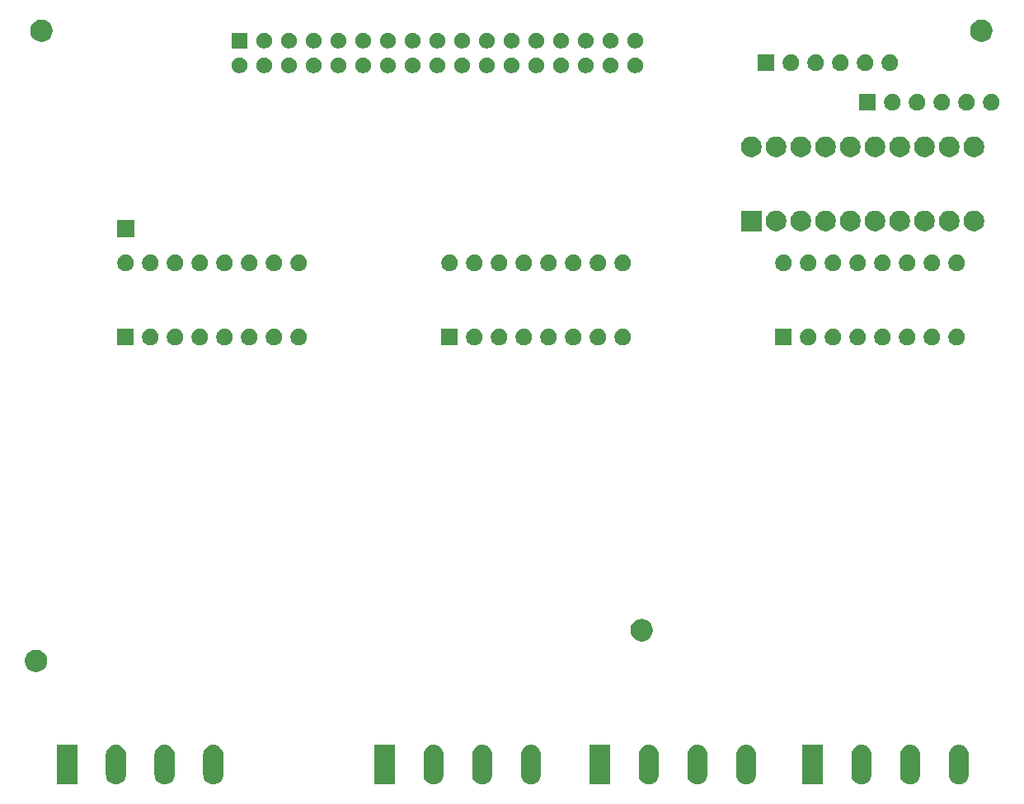
<source format=gbr>
%TF.GenerationSoftware,KiCad,Pcbnew,5.1.6-c6e7f7d~87~ubuntu18.04.1*%
%TF.CreationDate,2020-08-09T11:38:30+02:00*%
%TF.ProjectId,sboxnet-gbm,73626f78-6e65-4742-9d67-626d2e6b6963,rev?*%
%TF.SameCoordinates,Original*%
%TF.FileFunction,Soldermask,Top*%
%TF.FilePolarity,Negative*%
%FSLAX46Y46*%
G04 Gerber Fmt 4.6, Leading zero omitted, Abs format (unit mm)*
G04 Created by KiCad (PCBNEW 5.1.6-c6e7f7d~87~ubuntu18.04.1) date 2020-08-09 11:38:30*
%MOMM*%
%LPD*%
G01*
G04 APERTURE LIST*
%ADD10C,0.100000*%
G04 APERTURE END LIST*
D10*
G36*
X142741271Y-107712063D02*
G01*
X142937500Y-107771589D01*
X143118346Y-107868253D01*
X143159637Y-107902140D01*
X143276860Y-107998340D01*
X143406948Y-108156855D01*
X143503610Y-108337697D01*
X143503611Y-108337699D01*
X143563137Y-108533928D01*
X143578200Y-108686868D01*
X143578200Y-110769132D01*
X143563137Y-110922072D01*
X143503611Y-111118301D01*
X143503610Y-111118303D01*
X143406948Y-111299145D01*
X143276860Y-111457660D01*
X143118345Y-111587748D01*
X142937503Y-111684410D01*
X142937501Y-111684411D01*
X142741272Y-111743937D01*
X142537200Y-111764036D01*
X142333129Y-111743937D01*
X142136900Y-111684411D01*
X142136898Y-111684410D01*
X141956056Y-111587748D01*
X141797541Y-111457660D01*
X141667453Y-111299145D01*
X141570791Y-111118303D01*
X141570790Y-111118301D01*
X141511264Y-110922072D01*
X141496201Y-110769132D01*
X141496200Y-108686869D01*
X141511263Y-108533929D01*
X141570789Y-108337700D01*
X141667453Y-108156854D01*
X141701340Y-108115563D01*
X141797540Y-107998340D01*
X141956055Y-107868252D01*
X142136897Y-107771590D01*
X142136899Y-107771589D01*
X142333128Y-107712063D01*
X142537200Y-107691964D01*
X142741271Y-107712063D01*
G37*
G36*
X147741271Y-107712063D02*
G01*
X147937500Y-107771589D01*
X148118346Y-107868253D01*
X148159637Y-107902140D01*
X148276860Y-107998340D01*
X148406948Y-108156855D01*
X148503610Y-108337697D01*
X148503611Y-108337699D01*
X148563137Y-108533928D01*
X148578200Y-108686868D01*
X148578200Y-110769132D01*
X148563137Y-110922072D01*
X148503611Y-111118301D01*
X148503610Y-111118303D01*
X148406948Y-111299145D01*
X148276860Y-111457660D01*
X148118345Y-111587748D01*
X147937503Y-111684410D01*
X147937501Y-111684411D01*
X147741272Y-111743937D01*
X147537200Y-111764036D01*
X147333129Y-111743937D01*
X147136900Y-111684411D01*
X147136898Y-111684410D01*
X146956056Y-111587748D01*
X146797541Y-111457660D01*
X146667453Y-111299145D01*
X146570791Y-111118303D01*
X146570790Y-111118301D01*
X146511264Y-110922072D01*
X146496201Y-110769132D01*
X146496200Y-108686869D01*
X146511263Y-108533929D01*
X146570789Y-108337700D01*
X146667453Y-108156854D01*
X146701340Y-108115563D01*
X146797540Y-107998340D01*
X146956055Y-107868252D01*
X147136897Y-107771590D01*
X147136899Y-107771589D01*
X147333128Y-107712063D01*
X147537200Y-107691964D01*
X147741271Y-107712063D01*
G37*
G36*
X137741271Y-107712063D02*
G01*
X137937500Y-107771589D01*
X138118346Y-107868253D01*
X138159637Y-107902140D01*
X138276860Y-107998340D01*
X138406948Y-108156855D01*
X138503610Y-108337697D01*
X138503611Y-108337699D01*
X138563137Y-108533928D01*
X138578200Y-108686868D01*
X138578200Y-110769132D01*
X138563137Y-110922072D01*
X138503611Y-111118301D01*
X138503610Y-111118303D01*
X138406948Y-111299145D01*
X138276860Y-111457660D01*
X138118345Y-111587748D01*
X137937503Y-111684410D01*
X137937501Y-111684411D01*
X137741272Y-111743937D01*
X137537200Y-111764036D01*
X137333129Y-111743937D01*
X137136900Y-111684411D01*
X137136898Y-111684410D01*
X136956056Y-111587748D01*
X136797541Y-111457660D01*
X136667453Y-111299145D01*
X136570791Y-111118303D01*
X136570790Y-111118301D01*
X136511264Y-110922072D01*
X136496201Y-110769132D01*
X136496200Y-108686869D01*
X136511263Y-108533929D01*
X136570789Y-108337700D01*
X136667453Y-108156854D01*
X136701340Y-108115563D01*
X136797540Y-107998340D01*
X136956055Y-107868252D01*
X137136897Y-107771590D01*
X137136899Y-107771589D01*
X137333128Y-107712063D01*
X137537200Y-107691964D01*
X137741271Y-107712063D01*
G37*
G36*
X120897271Y-107712063D02*
G01*
X121093500Y-107771589D01*
X121274346Y-107868253D01*
X121315637Y-107902140D01*
X121432860Y-107998340D01*
X121562948Y-108156855D01*
X121659610Y-108337697D01*
X121659611Y-108337699D01*
X121719137Y-108533928D01*
X121734200Y-108686868D01*
X121734200Y-110769132D01*
X121719137Y-110922072D01*
X121659611Y-111118301D01*
X121659610Y-111118303D01*
X121562948Y-111299145D01*
X121432860Y-111457660D01*
X121274345Y-111587748D01*
X121093503Y-111684410D01*
X121093501Y-111684411D01*
X120897272Y-111743937D01*
X120693200Y-111764036D01*
X120489129Y-111743937D01*
X120292900Y-111684411D01*
X120292898Y-111684410D01*
X120112056Y-111587748D01*
X119953541Y-111457660D01*
X119823453Y-111299145D01*
X119726791Y-111118303D01*
X119726790Y-111118301D01*
X119667264Y-110922072D01*
X119652201Y-110769132D01*
X119652200Y-108686869D01*
X119667263Y-108533929D01*
X119726789Y-108337700D01*
X119823453Y-108156854D01*
X119857340Y-108115563D01*
X119953540Y-107998340D01*
X120112055Y-107868252D01*
X120292897Y-107771590D01*
X120292899Y-107771589D01*
X120489128Y-107712063D01*
X120693200Y-107691964D01*
X120897271Y-107712063D01*
G37*
G36*
X125897271Y-107712063D02*
G01*
X126093500Y-107771589D01*
X126274346Y-107868253D01*
X126315637Y-107902140D01*
X126432860Y-107998340D01*
X126562948Y-108156855D01*
X126659610Y-108337697D01*
X126659611Y-108337699D01*
X126719137Y-108533928D01*
X126734200Y-108686868D01*
X126734200Y-110769132D01*
X126719137Y-110922072D01*
X126659611Y-111118301D01*
X126659610Y-111118303D01*
X126562948Y-111299145D01*
X126432860Y-111457660D01*
X126274345Y-111587748D01*
X126093503Y-111684410D01*
X126093501Y-111684411D01*
X125897272Y-111743937D01*
X125693200Y-111764036D01*
X125489129Y-111743937D01*
X125292900Y-111684411D01*
X125292898Y-111684410D01*
X125112056Y-111587748D01*
X124953541Y-111457660D01*
X124823453Y-111299145D01*
X124726791Y-111118303D01*
X124726790Y-111118301D01*
X124667264Y-110922072D01*
X124652201Y-110769132D01*
X124652200Y-108686869D01*
X124667263Y-108533929D01*
X124726789Y-108337700D01*
X124823453Y-108156854D01*
X124857340Y-108115563D01*
X124953540Y-107998340D01*
X125112055Y-107868252D01*
X125292897Y-107771590D01*
X125292899Y-107771589D01*
X125489128Y-107712063D01*
X125693200Y-107691964D01*
X125897271Y-107712063D01*
G37*
G36*
X115897271Y-107712063D02*
G01*
X116093500Y-107771589D01*
X116274346Y-107868253D01*
X116315637Y-107902140D01*
X116432860Y-107998340D01*
X116562948Y-108156855D01*
X116659610Y-108337697D01*
X116659611Y-108337699D01*
X116719137Y-108533928D01*
X116734200Y-108686868D01*
X116734200Y-110769132D01*
X116719137Y-110922072D01*
X116659611Y-111118301D01*
X116659610Y-111118303D01*
X116562948Y-111299145D01*
X116432860Y-111457660D01*
X116274345Y-111587748D01*
X116093503Y-111684410D01*
X116093501Y-111684411D01*
X115897272Y-111743937D01*
X115693200Y-111764036D01*
X115489129Y-111743937D01*
X115292900Y-111684411D01*
X115292898Y-111684410D01*
X115112056Y-111587748D01*
X114953541Y-111457660D01*
X114823453Y-111299145D01*
X114726791Y-111118303D01*
X114726790Y-111118301D01*
X114667264Y-110922072D01*
X114652201Y-110769132D01*
X114652200Y-108686869D01*
X114667263Y-108533929D01*
X114726789Y-108337700D01*
X114823453Y-108156854D01*
X114857340Y-108115563D01*
X114953540Y-107998340D01*
X115112055Y-107868252D01*
X115292897Y-107771590D01*
X115292899Y-107771589D01*
X115489128Y-107712063D01*
X115693200Y-107691964D01*
X115897271Y-107712063D01*
G37*
G36*
X98799271Y-107712063D02*
G01*
X98995500Y-107771589D01*
X99176346Y-107868253D01*
X99217637Y-107902140D01*
X99334860Y-107998340D01*
X99464948Y-108156855D01*
X99561610Y-108337697D01*
X99561611Y-108337699D01*
X99621137Y-108533928D01*
X99636200Y-108686868D01*
X99636200Y-110769132D01*
X99621137Y-110922072D01*
X99561611Y-111118301D01*
X99561610Y-111118303D01*
X99464948Y-111299145D01*
X99334860Y-111457660D01*
X99176345Y-111587748D01*
X98995503Y-111684410D01*
X98995501Y-111684411D01*
X98799272Y-111743937D01*
X98595200Y-111764036D01*
X98391129Y-111743937D01*
X98194900Y-111684411D01*
X98194898Y-111684410D01*
X98014056Y-111587748D01*
X97855541Y-111457660D01*
X97725453Y-111299145D01*
X97628791Y-111118303D01*
X97628790Y-111118301D01*
X97569264Y-110922072D01*
X97554201Y-110769132D01*
X97554200Y-108686869D01*
X97569263Y-108533929D01*
X97628789Y-108337700D01*
X97725453Y-108156854D01*
X97759340Y-108115563D01*
X97855540Y-107998340D01*
X98014055Y-107868252D01*
X98194897Y-107771590D01*
X98194899Y-107771589D01*
X98391128Y-107712063D01*
X98595200Y-107691964D01*
X98799271Y-107712063D01*
G37*
G36*
X103799271Y-107712063D02*
G01*
X103995500Y-107771589D01*
X104176346Y-107868253D01*
X104217637Y-107902140D01*
X104334860Y-107998340D01*
X104464948Y-108156855D01*
X104561610Y-108337697D01*
X104561611Y-108337699D01*
X104621137Y-108533928D01*
X104636200Y-108686868D01*
X104636200Y-110769132D01*
X104621137Y-110922072D01*
X104561611Y-111118301D01*
X104561610Y-111118303D01*
X104464948Y-111299145D01*
X104334860Y-111457660D01*
X104176345Y-111587748D01*
X103995503Y-111684410D01*
X103995501Y-111684411D01*
X103799272Y-111743937D01*
X103595200Y-111764036D01*
X103391129Y-111743937D01*
X103194900Y-111684411D01*
X103194898Y-111684410D01*
X103014056Y-111587748D01*
X102855541Y-111457660D01*
X102725453Y-111299145D01*
X102628791Y-111118303D01*
X102628790Y-111118301D01*
X102569264Y-110922072D01*
X102554201Y-110769132D01*
X102554200Y-108686869D01*
X102569263Y-108533929D01*
X102628789Y-108337700D01*
X102725453Y-108156854D01*
X102759340Y-108115563D01*
X102855540Y-107998340D01*
X103014055Y-107868252D01*
X103194897Y-107771590D01*
X103194899Y-107771589D01*
X103391128Y-107712063D01*
X103595200Y-107691964D01*
X103799271Y-107712063D01*
G37*
G36*
X93799271Y-107712063D02*
G01*
X93995500Y-107771589D01*
X94176346Y-107868253D01*
X94217637Y-107902140D01*
X94334860Y-107998340D01*
X94464948Y-108156855D01*
X94561610Y-108337697D01*
X94561611Y-108337699D01*
X94621137Y-108533928D01*
X94636200Y-108686868D01*
X94636200Y-110769132D01*
X94621137Y-110922072D01*
X94561611Y-111118301D01*
X94561610Y-111118303D01*
X94464948Y-111299145D01*
X94334860Y-111457660D01*
X94176345Y-111587748D01*
X93995503Y-111684410D01*
X93995501Y-111684411D01*
X93799272Y-111743937D01*
X93595200Y-111764036D01*
X93391129Y-111743937D01*
X93194900Y-111684411D01*
X93194898Y-111684410D01*
X93014056Y-111587748D01*
X92855541Y-111457660D01*
X92725453Y-111299145D01*
X92628791Y-111118303D01*
X92628790Y-111118301D01*
X92569264Y-110922072D01*
X92554201Y-110769132D01*
X92554200Y-108686869D01*
X92569263Y-108533929D01*
X92628789Y-108337700D01*
X92725453Y-108156854D01*
X92759340Y-108115563D01*
X92855540Y-107998340D01*
X93014055Y-107868252D01*
X93194897Y-107771590D01*
X93194899Y-107771589D01*
X93391128Y-107712063D01*
X93595200Y-107691964D01*
X93799271Y-107712063D01*
G37*
G36*
X66185671Y-107712063D02*
G01*
X66381900Y-107771589D01*
X66562746Y-107868253D01*
X66604037Y-107902140D01*
X66721260Y-107998340D01*
X66851348Y-108156855D01*
X66948010Y-108337697D01*
X66948011Y-108337699D01*
X67007537Y-108533928D01*
X67022600Y-108686868D01*
X67022600Y-110769132D01*
X67007537Y-110922072D01*
X66948011Y-111118301D01*
X66948010Y-111118303D01*
X66851348Y-111299145D01*
X66721260Y-111457660D01*
X66562745Y-111587748D01*
X66381903Y-111684410D01*
X66381901Y-111684411D01*
X66185672Y-111743937D01*
X65981600Y-111764036D01*
X65777529Y-111743937D01*
X65581300Y-111684411D01*
X65581298Y-111684410D01*
X65400456Y-111587748D01*
X65241941Y-111457660D01*
X65111853Y-111299145D01*
X65015191Y-111118303D01*
X65015190Y-111118301D01*
X64955664Y-110922072D01*
X64940601Y-110769132D01*
X64940600Y-108686869D01*
X64955663Y-108533929D01*
X65015189Y-108337700D01*
X65111853Y-108156854D01*
X65145740Y-108115563D01*
X65241940Y-107998340D01*
X65400455Y-107868252D01*
X65581297Y-107771590D01*
X65581299Y-107771589D01*
X65777528Y-107712063D01*
X65981600Y-107691964D01*
X66185671Y-107712063D01*
G37*
G36*
X61185671Y-107712063D02*
G01*
X61381900Y-107771589D01*
X61562746Y-107868253D01*
X61604037Y-107902140D01*
X61721260Y-107998340D01*
X61851348Y-108156855D01*
X61948010Y-108337697D01*
X61948011Y-108337699D01*
X62007537Y-108533928D01*
X62022600Y-108686868D01*
X62022600Y-110769132D01*
X62007537Y-110922072D01*
X61948011Y-111118301D01*
X61948010Y-111118303D01*
X61851348Y-111299145D01*
X61721260Y-111457660D01*
X61562745Y-111587748D01*
X61381903Y-111684410D01*
X61381901Y-111684411D01*
X61185672Y-111743937D01*
X60981600Y-111764036D01*
X60777529Y-111743937D01*
X60581300Y-111684411D01*
X60581298Y-111684410D01*
X60400456Y-111587748D01*
X60241941Y-111457660D01*
X60111853Y-111299145D01*
X60015191Y-111118303D01*
X60015190Y-111118301D01*
X59955664Y-110922072D01*
X59940601Y-110769132D01*
X59940600Y-108686869D01*
X59955663Y-108533929D01*
X60015189Y-108337700D01*
X60111853Y-108156854D01*
X60145740Y-108115563D01*
X60241940Y-107998340D01*
X60400455Y-107868252D01*
X60581297Y-107771590D01*
X60581299Y-107771589D01*
X60777528Y-107712063D01*
X60981600Y-107691964D01*
X61185671Y-107712063D01*
G37*
G36*
X71185671Y-107712063D02*
G01*
X71381900Y-107771589D01*
X71562746Y-107868253D01*
X71604037Y-107902140D01*
X71721260Y-107998340D01*
X71851348Y-108156855D01*
X71948010Y-108337697D01*
X71948011Y-108337699D01*
X72007537Y-108533928D01*
X72022600Y-108686868D01*
X72022600Y-110769132D01*
X72007537Y-110922072D01*
X71948011Y-111118301D01*
X71948010Y-111118303D01*
X71851348Y-111299145D01*
X71721260Y-111457660D01*
X71562745Y-111587748D01*
X71381903Y-111684410D01*
X71381901Y-111684411D01*
X71185672Y-111743937D01*
X70981600Y-111764036D01*
X70777529Y-111743937D01*
X70581300Y-111684411D01*
X70581298Y-111684410D01*
X70400456Y-111587748D01*
X70241941Y-111457660D01*
X70111853Y-111299145D01*
X70015191Y-111118303D01*
X70015190Y-111118301D01*
X69955664Y-110922072D01*
X69940601Y-110769132D01*
X69940600Y-108686869D01*
X69955663Y-108533929D01*
X70015189Y-108337700D01*
X70111853Y-108156854D01*
X70145740Y-108115563D01*
X70241940Y-107998340D01*
X70400455Y-107868252D01*
X70581297Y-107771590D01*
X70581299Y-107771589D01*
X70777528Y-107712063D01*
X70981600Y-107691964D01*
X71185671Y-107712063D01*
G37*
G36*
X133578200Y-111759000D02*
G01*
X131496200Y-111759000D01*
X131496200Y-107697000D01*
X133578200Y-107697000D01*
X133578200Y-111759000D01*
G37*
G36*
X111734200Y-111759000D02*
G01*
X109652200Y-111759000D01*
X109652200Y-107697000D01*
X111734200Y-107697000D01*
X111734200Y-111759000D01*
G37*
G36*
X89636200Y-111759000D02*
G01*
X87554200Y-111759000D01*
X87554200Y-107697000D01*
X89636200Y-107697000D01*
X89636200Y-111759000D01*
G37*
G36*
X57022600Y-111759000D02*
G01*
X54940600Y-111759000D01*
X54940600Y-107697000D01*
X57022600Y-107697000D01*
X57022600Y-111759000D01*
G37*
G36*
X53005749Y-97931116D02*
G01*
X53116934Y-97953232D01*
X53326403Y-98039997D01*
X53514920Y-98165960D01*
X53675240Y-98326280D01*
X53801203Y-98514797D01*
X53887968Y-98724266D01*
X53932200Y-98946636D01*
X53932200Y-99173364D01*
X53887968Y-99395734D01*
X53801203Y-99605203D01*
X53675240Y-99793720D01*
X53514920Y-99954040D01*
X53326403Y-100080003D01*
X53116934Y-100166768D01*
X53005749Y-100188884D01*
X52894565Y-100211000D01*
X52667835Y-100211000D01*
X52556651Y-100188884D01*
X52445466Y-100166768D01*
X52235997Y-100080003D01*
X52047480Y-99954040D01*
X51887160Y-99793720D01*
X51761197Y-99605203D01*
X51674432Y-99395734D01*
X51630200Y-99173364D01*
X51630200Y-98946636D01*
X51674432Y-98724266D01*
X51761197Y-98514797D01*
X51887160Y-98326280D01*
X52047480Y-98165960D01*
X52235997Y-98039997D01*
X52445466Y-97953232D01*
X52556651Y-97931116D01*
X52667835Y-97909000D01*
X52894565Y-97909000D01*
X53005749Y-97931116D01*
G37*
G36*
X115184949Y-94781516D02*
G01*
X115296134Y-94803632D01*
X115505603Y-94890397D01*
X115694120Y-95016360D01*
X115854440Y-95176680D01*
X115980403Y-95365197D01*
X116067168Y-95574666D01*
X116111400Y-95797036D01*
X116111400Y-96023764D01*
X116067168Y-96246134D01*
X115980403Y-96455603D01*
X115854440Y-96644120D01*
X115694120Y-96804440D01*
X115505603Y-96930403D01*
X115296134Y-97017168D01*
X115184949Y-97039284D01*
X115073765Y-97061400D01*
X114847035Y-97061400D01*
X114735851Y-97039284D01*
X114624666Y-97017168D01*
X114415197Y-96930403D01*
X114226680Y-96804440D01*
X114066360Y-96644120D01*
X113940397Y-96455603D01*
X113853632Y-96246134D01*
X113809400Y-96023764D01*
X113809400Y-95797036D01*
X113853632Y-95574666D01*
X113940397Y-95365197D01*
X114066360Y-95176680D01*
X114226680Y-95016360D01*
X114415197Y-94890397D01*
X114624666Y-94803632D01*
X114735851Y-94781516D01*
X114847035Y-94759400D01*
X115073765Y-94759400D01*
X115184949Y-94781516D01*
G37*
G36*
X74924228Y-64967703D02*
G01*
X75079100Y-65031853D01*
X75218481Y-65124985D01*
X75337015Y-65243519D01*
X75430147Y-65382900D01*
X75494297Y-65537772D01*
X75527000Y-65702184D01*
X75527000Y-65869816D01*
X75494297Y-66034228D01*
X75430147Y-66189100D01*
X75337015Y-66328481D01*
X75218481Y-66447015D01*
X75079100Y-66540147D01*
X74924228Y-66604297D01*
X74759816Y-66637000D01*
X74592184Y-66637000D01*
X74427772Y-66604297D01*
X74272900Y-66540147D01*
X74133519Y-66447015D01*
X74014985Y-66328481D01*
X73921853Y-66189100D01*
X73857703Y-66034228D01*
X73825000Y-65869816D01*
X73825000Y-65702184D01*
X73857703Y-65537772D01*
X73921853Y-65382900D01*
X74014985Y-65243519D01*
X74133519Y-65124985D01*
X74272900Y-65031853D01*
X74427772Y-64967703D01*
X74592184Y-64935000D01*
X74759816Y-64935000D01*
X74924228Y-64967703D01*
G37*
G36*
X100578228Y-64967703D02*
G01*
X100733100Y-65031853D01*
X100872481Y-65124985D01*
X100991015Y-65243519D01*
X101084147Y-65382900D01*
X101148297Y-65537772D01*
X101181000Y-65702184D01*
X101181000Y-65869816D01*
X101148297Y-66034228D01*
X101084147Y-66189100D01*
X100991015Y-66328481D01*
X100872481Y-66447015D01*
X100733100Y-66540147D01*
X100578228Y-66604297D01*
X100413816Y-66637000D01*
X100246184Y-66637000D01*
X100081772Y-66604297D01*
X99926900Y-66540147D01*
X99787519Y-66447015D01*
X99668985Y-66328481D01*
X99575853Y-66189100D01*
X99511703Y-66034228D01*
X99479000Y-65869816D01*
X99479000Y-65702184D01*
X99511703Y-65537772D01*
X99575853Y-65382900D01*
X99668985Y-65243519D01*
X99787519Y-65124985D01*
X99926900Y-65031853D01*
X100081772Y-64967703D01*
X100246184Y-64935000D01*
X100413816Y-64935000D01*
X100578228Y-64967703D01*
G37*
G36*
X98038228Y-64967703D02*
G01*
X98193100Y-65031853D01*
X98332481Y-65124985D01*
X98451015Y-65243519D01*
X98544147Y-65382900D01*
X98608297Y-65537772D01*
X98641000Y-65702184D01*
X98641000Y-65869816D01*
X98608297Y-66034228D01*
X98544147Y-66189100D01*
X98451015Y-66328481D01*
X98332481Y-66447015D01*
X98193100Y-66540147D01*
X98038228Y-66604297D01*
X97873816Y-66637000D01*
X97706184Y-66637000D01*
X97541772Y-66604297D01*
X97386900Y-66540147D01*
X97247519Y-66447015D01*
X97128985Y-66328481D01*
X97035853Y-66189100D01*
X96971703Y-66034228D01*
X96939000Y-65869816D01*
X96939000Y-65702184D01*
X96971703Y-65537772D01*
X97035853Y-65382900D01*
X97128985Y-65243519D01*
X97247519Y-65124985D01*
X97386900Y-65031853D01*
X97541772Y-64967703D01*
X97706184Y-64935000D01*
X97873816Y-64935000D01*
X98038228Y-64967703D01*
G37*
G36*
X96101000Y-66637000D02*
G01*
X94399000Y-66637000D01*
X94399000Y-64935000D01*
X96101000Y-64935000D01*
X96101000Y-66637000D01*
G37*
G36*
X80004228Y-64967703D02*
G01*
X80159100Y-65031853D01*
X80298481Y-65124985D01*
X80417015Y-65243519D01*
X80510147Y-65382900D01*
X80574297Y-65537772D01*
X80607000Y-65702184D01*
X80607000Y-65869816D01*
X80574297Y-66034228D01*
X80510147Y-66189100D01*
X80417015Y-66328481D01*
X80298481Y-66447015D01*
X80159100Y-66540147D01*
X80004228Y-66604297D01*
X79839816Y-66637000D01*
X79672184Y-66637000D01*
X79507772Y-66604297D01*
X79352900Y-66540147D01*
X79213519Y-66447015D01*
X79094985Y-66328481D01*
X79001853Y-66189100D01*
X78937703Y-66034228D01*
X78905000Y-65869816D01*
X78905000Y-65702184D01*
X78937703Y-65537772D01*
X79001853Y-65382900D01*
X79094985Y-65243519D01*
X79213519Y-65124985D01*
X79352900Y-65031853D01*
X79507772Y-64967703D01*
X79672184Y-64935000D01*
X79839816Y-64935000D01*
X80004228Y-64967703D01*
G37*
G36*
X77464228Y-64967703D02*
G01*
X77619100Y-65031853D01*
X77758481Y-65124985D01*
X77877015Y-65243519D01*
X77970147Y-65382900D01*
X78034297Y-65537772D01*
X78067000Y-65702184D01*
X78067000Y-65869816D01*
X78034297Y-66034228D01*
X77970147Y-66189100D01*
X77877015Y-66328481D01*
X77758481Y-66447015D01*
X77619100Y-66540147D01*
X77464228Y-66604297D01*
X77299816Y-66637000D01*
X77132184Y-66637000D01*
X76967772Y-66604297D01*
X76812900Y-66540147D01*
X76673519Y-66447015D01*
X76554985Y-66328481D01*
X76461853Y-66189100D01*
X76397703Y-66034228D01*
X76365000Y-65869816D01*
X76365000Y-65702184D01*
X76397703Y-65537772D01*
X76461853Y-65382900D01*
X76554985Y-65243519D01*
X76673519Y-65124985D01*
X76812900Y-65031853D01*
X76967772Y-64967703D01*
X77132184Y-64935000D01*
X77299816Y-64935000D01*
X77464228Y-64967703D01*
G37*
G36*
X72384228Y-64967703D02*
G01*
X72539100Y-65031853D01*
X72678481Y-65124985D01*
X72797015Y-65243519D01*
X72890147Y-65382900D01*
X72954297Y-65537772D01*
X72987000Y-65702184D01*
X72987000Y-65869816D01*
X72954297Y-66034228D01*
X72890147Y-66189100D01*
X72797015Y-66328481D01*
X72678481Y-66447015D01*
X72539100Y-66540147D01*
X72384228Y-66604297D01*
X72219816Y-66637000D01*
X72052184Y-66637000D01*
X71887772Y-66604297D01*
X71732900Y-66540147D01*
X71593519Y-66447015D01*
X71474985Y-66328481D01*
X71381853Y-66189100D01*
X71317703Y-66034228D01*
X71285000Y-65869816D01*
X71285000Y-65702184D01*
X71317703Y-65537772D01*
X71381853Y-65382900D01*
X71474985Y-65243519D01*
X71593519Y-65124985D01*
X71732900Y-65031853D01*
X71887772Y-64967703D01*
X72052184Y-64935000D01*
X72219816Y-64935000D01*
X72384228Y-64967703D01*
G37*
G36*
X69844228Y-64967703D02*
G01*
X69999100Y-65031853D01*
X70138481Y-65124985D01*
X70257015Y-65243519D01*
X70350147Y-65382900D01*
X70414297Y-65537772D01*
X70447000Y-65702184D01*
X70447000Y-65869816D01*
X70414297Y-66034228D01*
X70350147Y-66189100D01*
X70257015Y-66328481D01*
X70138481Y-66447015D01*
X69999100Y-66540147D01*
X69844228Y-66604297D01*
X69679816Y-66637000D01*
X69512184Y-66637000D01*
X69347772Y-66604297D01*
X69192900Y-66540147D01*
X69053519Y-66447015D01*
X68934985Y-66328481D01*
X68841853Y-66189100D01*
X68777703Y-66034228D01*
X68745000Y-65869816D01*
X68745000Y-65702184D01*
X68777703Y-65537772D01*
X68841853Y-65382900D01*
X68934985Y-65243519D01*
X69053519Y-65124985D01*
X69192900Y-65031853D01*
X69347772Y-64967703D01*
X69512184Y-64935000D01*
X69679816Y-64935000D01*
X69844228Y-64967703D01*
G37*
G36*
X103118228Y-64967703D02*
G01*
X103273100Y-65031853D01*
X103412481Y-65124985D01*
X103531015Y-65243519D01*
X103624147Y-65382900D01*
X103688297Y-65537772D01*
X103721000Y-65702184D01*
X103721000Y-65869816D01*
X103688297Y-66034228D01*
X103624147Y-66189100D01*
X103531015Y-66328481D01*
X103412481Y-66447015D01*
X103273100Y-66540147D01*
X103118228Y-66604297D01*
X102953816Y-66637000D01*
X102786184Y-66637000D01*
X102621772Y-66604297D01*
X102466900Y-66540147D01*
X102327519Y-66447015D01*
X102208985Y-66328481D01*
X102115853Y-66189100D01*
X102051703Y-66034228D01*
X102019000Y-65869816D01*
X102019000Y-65702184D01*
X102051703Y-65537772D01*
X102115853Y-65382900D01*
X102208985Y-65243519D01*
X102327519Y-65124985D01*
X102466900Y-65031853D01*
X102621772Y-64967703D01*
X102786184Y-64935000D01*
X102953816Y-64935000D01*
X103118228Y-64967703D01*
G37*
G36*
X64764228Y-64967703D02*
G01*
X64919100Y-65031853D01*
X65058481Y-65124985D01*
X65177015Y-65243519D01*
X65270147Y-65382900D01*
X65334297Y-65537772D01*
X65367000Y-65702184D01*
X65367000Y-65869816D01*
X65334297Y-66034228D01*
X65270147Y-66189100D01*
X65177015Y-66328481D01*
X65058481Y-66447015D01*
X64919100Y-66540147D01*
X64764228Y-66604297D01*
X64599816Y-66637000D01*
X64432184Y-66637000D01*
X64267772Y-66604297D01*
X64112900Y-66540147D01*
X63973519Y-66447015D01*
X63854985Y-66328481D01*
X63761853Y-66189100D01*
X63697703Y-66034228D01*
X63665000Y-65869816D01*
X63665000Y-65702184D01*
X63697703Y-65537772D01*
X63761853Y-65382900D01*
X63854985Y-65243519D01*
X63973519Y-65124985D01*
X64112900Y-65031853D01*
X64267772Y-64967703D01*
X64432184Y-64935000D01*
X64599816Y-64935000D01*
X64764228Y-64967703D01*
G37*
G36*
X62827000Y-66637000D02*
G01*
X61125000Y-66637000D01*
X61125000Y-64935000D01*
X62827000Y-64935000D01*
X62827000Y-66637000D01*
G37*
G36*
X67304228Y-64967703D02*
G01*
X67459100Y-65031853D01*
X67598481Y-65124985D01*
X67717015Y-65243519D01*
X67810147Y-65382900D01*
X67874297Y-65537772D01*
X67907000Y-65702184D01*
X67907000Y-65869816D01*
X67874297Y-66034228D01*
X67810147Y-66189100D01*
X67717015Y-66328481D01*
X67598481Y-66447015D01*
X67459100Y-66540147D01*
X67304228Y-66604297D01*
X67139816Y-66637000D01*
X66972184Y-66637000D01*
X66807772Y-66604297D01*
X66652900Y-66540147D01*
X66513519Y-66447015D01*
X66394985Y-66328481D01*
X66301853Y-66189100D01*
X66237703Y-66034228D01*
X66205000Y-65869816D01*
X66205000Y-65702184D01*
X66237703Y-65537772D01*
X66301853Y-65382900D01*
X66394985Y-65243519D01*
X66513519Y-65124985D01*
X66652900Y-65031853D01*
X66807772Y-64967703D01*
X66972184Y-64935000D01*
X67139816Y-64935000D01*
X67304228Y-64967703D01*
G37*
G36*
X142488228Y-64967703D02*
G01*
X142643100Y-65031853D01*
X142782481Y-65124985D01*
X142901015Y-65243519D01*
X142994147Y-65382900D01*
X143058297Y-65537772D01*
X143091000Y-65702184D01*
X143091000Y-65869816D01*
X143058297Y-66034228D01*
X142994147Y-66189100D01*
X142901015Y-66328481D01*
X142782481Y-66447015D01*
X142643100Y-66540147D01*
X142488228Y-66604297D01*
X142323816Y-66637000D01*
X142156184Y-66637000D01*
X141991772Y-66604297D01*
X141836900Y-66540147D01*
X141697519Y-66447015D01*
X141578985Y-66328481D01*
X141485853Y-66189100D01*
X141421703Y-66034228D01*
X141389000Y-65869816D01*
X141389000Y-65702184D01*
X141421703Y-65537772D01*
X141485853Y-65382900D01*
X141578985Y-65243519D01*
X141697519Y-65124985D01*
X141836900Y-65031853D01*
X141991772Y-64967703D01*
X142156184Y-64935000D01*
X142323816Y-64935000D01*
X142488228Y-64967703D01*
G37*
G36*
X145028228Y-64967703D02*
G01*
X145183100Y-65031853D01*
X145322481Y-65124985D01*
X145441015Y-65243519D01*
X145534147Y-65382900D01*
X145598297Y-65537772D01*
X145631000Y-65702184D01*
X145631000Y-65869816D01*
X145598297Y-66034228D01*
X145534147Y-66189100D01*
X145441015Y-66328481D01*
X145322481Y-66447015D01*
X145183100Y-66540147D01*
X145028228Y-66604297D01*
X144863816Y-66637000D01*
X144696184Y-66637000D01*
X144531772Y-66604297D01*
X144376900Y-66540147D01*
X144237519Y-66447015D01*
X144118985Y-66328481D01*
X144025853Y-66189100D01*
X143961703Y-66034228D01*
X143929000Y-65869816D01*
X143929000Y-65702184D01*
X143961703Y-65537772D01*
X144025853Y-65382900D01*
X144118985Y-65243519D01*
X144237519Y-65124985D01*
X144376900Y-65031853D01*
X144531772Y-64967703D01*
X144696184Y-64935000D01*
X144863816Y-64935000D01*
X145028228Y-64967703D01*
G37*
G36*
X108198228Y-64967703D02*
G01*
X108353100Y-65031853D01*
X108492481Y-65124985D01*
X108611015Y-65243519D01*
X108704147Y-65382900D01*
X108768297Y-65537772D01*
X108801000Y-65702184D01*
X108801000Y-65869816D01*
X108768297Y-66034228D01*
X108704147Y-66189100D01*
X108611015Y-66328481D01*
X108492481Y-66447015D01*
X108353100Y-66540147D01*
X108198228Y-66604297D01*
X108033816Y-66637000D01*
X107866184Y-66637000D01*
X107701772Y-66604297D01*
X107546900Y-66540147D01*
X107407519Y-66447015D01*
X107288985Y-66328481D01*
X107195853Y-66189100D01*
X107131703Y-66034228D01*
X107099000Y-65869816D01*
X107099000Y-65702184D01*
X107131703Y-65537772D01*
X107195853Y-65382900D01*
X107288985Y-65243519D01*
X107407519Y-65124985D01*
X107546900Y-65031853D01*
X107701772Y-64967703D01*
X107866184Y-64935000D01*
X108033816Y-64935000D01*
X108198228Y-64967703D01*
G37*
G36*
X110738228Y-64967703D02*
G01*
X110893100Y-65031853D01*
X111032481Y-65124985D01*
X111151015Y-65243519D01*
X111244147Y-65382900D01*
X111308297Y-65537772D01*
X111341000Y-65702184D01*
X111341000Y-65869816D01*
X111308297Y-66034228D01*
X111244147Y-66189100D01*
X111151015Y-66328481D01*
X111032481Y-66447015D01*
X110893100Y-66540147D01*
X110738228Y-66604297D01*
X110573816Y-66637000D01*
X110406184Y-66637000D01*
X110241772Y-66604297D01*
X110086900Y-66540147D01*
X109947519Y-66447015D01*
X109828985Y-66328481D01*
X109735853Y-66189100D01*
X109671703Y-66034228D01*
X109639000Y-65869816D01*
X109639000Y-65702184D01*
X109671703Y-65537772D01*
X109735853Y-65382900D01*
X109828985Y-65243519D01*
X109947519Y-65124985D01*
X110086900Y-65031853D01*
X110241772Y-64967703D01*
X110406184Y-64935000D01*
X110573816Y-64935000D01*
X110738228Y-64967703D01*
G37*
G36*
X113278228Y-64967703D02*
G01*
X113433100Y-65031853D01*
X113572481Y-65124985D01*
X113691015Y-65243519D01*
X113784147Y-65382900D01*
X113848297Y-65537772D01*
X113881000Y-65702184D01*
X113881000Y-65869816D01*
X113848297Y-66034228D01*
X113784147Y-66189100D01*
X113691015Y-66328481D01*
X113572481Y-66447015D01*
X113433100Y-66540147D01*
X113278228Y-66604297D01*
X113113816Y-66637000D01*
X112946184Y-66637000D01*
X112781772Y-66604297D01*
X112626900Y-66540147D01*
X112487519Y-66447015D01*
X112368985Y-66328481D01*
X112275853Y-66189100D01*
X112211703Y-66034228D01*
X112179000Y-65869816D01*
X112179000Y-65702184D01*
X112211703Y-65537772D01*
X112275853Y-65382900D01*
X112368985Y-65243519D01*
X112487519Y-65124985D01*
X112626900Y-65031853D01*
X112781772Y-64967703D01*
X112946184Y-64935000D01*
X113113816Y-64935000D01*
X113278228Y-64967703D01*
G37*
G36*
X132328228Y-64967703D02*
G01*
X132483100Y-65031853D01*
X132622481Y-65124985D01*
X132741015Y-65243519D01*
X132834147Y-65382900D01*
X132898297Y-65537772D01*
X132931000Y-65702184D01*
X132931000Y-65869816D01*
X132898297Y-66034228D01*
X132834147Y-66189100D01*
X132741015Y-66328481D01*
X132622481Y-66447015D01*
X132483100Y-66540147D01*
X132328228Y-66604297D01*
X132163816Y-66637000D01*
X131996184Y-66637000D01*
X131831772Y-66604297D01*
X131676900Y-66540147D01*
X131537519Y-66447015D01*
X131418985Y-66328481D01*
X131325853Y-66189100D01*
X131261703Y-66034228D01*
X131229000Y-65869816D01*
X131229000Y-65702184D01*
X131261703Y-65537772D01*
X131325853Y-65382900D01*
X131418985Y-65243519D01*
X131537519Y-65124985D01*
X131676900Y-65031853D01*
X131831772Y-64967703D01*
X131996184Y-64935000D01*
X132163816Y-64935000D01*
X132328228Y-64967703D01*
G37*
G36*
X130391000Y-66637000D02*
G01*
X128689000Y-66637000D01*
X128689000Y-64935000D01*
X130391000Y-64935000D01*
X130391000Y-66637000D01*
G37*
G36*
X147568228Y-64967703D02*
G01*
X147723100Y-65031853D01*
X147862481Y-65124985D01*
X147981015Y-65243519D01*
X148074147Y-65382900D01*
X148138297Y-65537772D01*
X148171000Y-65702184D01*
X148171000Y-65869816D01*
X148138297Y-66034228D01*
X148074147Y-66189100D01*
X147981015Y-66328481D01*
X147862481Y-66447015D01*
X147723100Y-66540147D01*
X147568228Y-66604297D01*
X147403816Y-66637000D01*
X147236184Y-66637000D01*
X147071772Y-66604297D01*
X146916900Y-66540147D01*
X146777519Y-66447015D01*
X146658985Y-66328481D01*
X146565853Y-66189100D01*
X146501703Y-66034228D01*
X146469000Y-65869816D01*
X146469000Y-65702184D01*
X146501703Y-65537772D01*
X146565853Y-65382900D01*
X146658985Y-65243519D01*
X146777519Y-65124985D01*
X146916900Y-65031853D01*
X147071772Y-64967703D01*
X147236184Y-64935000D01*
X147403816Y-64935000D01*
X147568228Y-64967703D01*
G37*
G36*
X105658228Y-64967703D02*
G01*
X105813100Y-65031853D01*
X105952481Y-65124985D01*
X106071015Y-65243519D01*
X106164147Y-65382900D01*
X106228297Y-65537772D01*
X106261000Y-65702184D01*
X106261000Y-65869816D01*
X106228297Y-66034228D01*
X106164147Y-66189100D01*
X106071015Y-66328481D01*
X105952481Y-66447015D01*
X105813100Y-66540147D01*
X105658228Y-66604297D01*
X105493816Y-66637000D01*
X105326184Y-66637000D01*
X105161772Y-66604297D01*
X105006900Y-66540147D01*
X104867519Y-66447015D01*
X104748985Y-66328481D01*
X104655853Y-66189100D01*
X104591703Y-66034228D01*
X104559000Y-65869816D01*
X104559000Y-65702184D01*
X104591703Y-65537772D01*
X104655853Y-65382900D01*
X104748985Y-65243519D01*
X104867519Y-65124985D01*
X105006900Y-65031853D01*
X105161772Y-64967703D01*
X105326184Y-64935000D01*
X105493816Y-64935000D01*
X105658228Y-64967703D01*
G37*
G36*
X134868228Y-64967703D02*
G01*
X135023100Y-65031853D01*
X135162481Y-65124985D01*
X135281015Y-65243519D01*
X135374147Y-65382900D01*
X135438297Y-65537772D01*
X135471000Y-65702184D01*
X135471000Y-65869816D01*
X135438297Y-66034228D01*
X135374147Y-66189100D01*
X135281015Y-66328481D01*
X135162481Y-66447015D01*
X135023100Y-66540147D01*
X134868228Y-66604297D01*
X134703816Y-66637000D01*
X134536184Y-66637000D01*
X134371772Y-66604297D01*
X134216900Y-66540147D01*
X134077519Y-66447015D01*
X133958985Y-66328481D01*
X133865853Y-66189100D01*
X133801703Y-66034228D01*
X133769000Y-65869816D01*
X133769000Y-65702184D01*
X133801703Y-65537772D01*
X133865853Y-65382900D01*
X133958985Y-65243519D01*
X134077519Y-65124985D01*
X134216900Y-65031853D01*
X134371772Y-64967703D01*
X134536184Y-64935000D01*
X134703816Y-64935000D01*
X134868228Y-64967703D01*
G37*
G36*
X137408228Y-64967703D02*
G01*
X137563100Y-65031853D01*
X137702481Y-65124985D01*
X137821015Y-65243519D01*
X137914147Y-65382900D01*
X137978297Y-65537772D01*
X138011000Y-65702184D01*
X138011000Y-65869816D01*
X137978297Y-66034228D01*
X137914147Y-66189100D01*
X137821015Y-66328481D01*
X137702481Y-66447015D01*
X137563100Y-66540147D01*
X137408228Y-66604297D01*
X137243816Y-66637000D01*
X137076184Y-66637000D01*
X136911772Y-66604297D01*
X136756900Y-66540147D01*
X136617519Y-66447015D01*
X136498985Y-66328481D01*
X136405853Y-66189100D01*
X136341703Y-66034228D01*
X136309000Y-65869816D01*
X136309000Y-65702184D01*
X136341703Y-65537772D01*
X136405853Y-65382900D01*
X136498985Y-65243519D01*
X136617519Y-65124985D01*
X136756900Y-65031853D01*
X136911772Y-64967703D01*
X137076184Y-64935000D01*
X137243816Y-64935000D01*
X137408228Y-64967703D01*
G37*
G36*
X139948228Y-64967703D02*
G01*
X140103100Y-65031853D01*
X140242481Y-65124985D01*
X140361015Y-65243519D01*
X140454147Y-65382900D01*
X140518297Y-65537772D01*
X140551000Y-65702184D01*
X140551000Y-65869816D01*
X140518297Y-66034228D01*
X140454147Y-66189100D01*
X140361015Y-66328481D01*
X140242481Y-66447015D01*
X140103100Y-66540147D01*
X139948228Y-66604297D01*
X139783816Y-66637000D01*
X139616184Y-66637000D01*
X139451772Y-66604297D01*
X139296900Y-66540147D01*
X139157519Y-66447015D01*
X139038985Y-66328481D01*
X138945853Y-66189100D01*
X138881703Y-66034228D01*
X138849000Y-65869816D01*
X138849000Y-65702184D01*
X138881703Y-65537772D01*
X138945853Y-65382900D01*
X139038985Y-65243519D01*
X139157519Y-65124985D01*
X139296900Y-65031853D01*
X139451772Y-64967703D01*
X139616184Y-64935000D01*
X139783816Y-64935000D01*
X139948228Y-64967703D01*
G37*
G36*
X67304228Y-57347703D02*
G01*
X67459100Y-57411853D01*
X67598481Y-57504985D01*
X67717015Y-57623519D01*
X67810147Y-57762900D01*
X67874297Y-57917772D01*
X67907000Y-58082184D01*
X67907000Y-58249816D01*
X67874297Y-58414228D01*
X67810147Y-58569100D01*
X67717015Y-58708481D01*
X67598481Y-58827015D01*
X67459100Y-58920147D01*
X67304228Y-58984297D01*
X67139816Y-59017000D01*
X66972184Y-59017000D01*
X66807772Y-58984297D01*
X66652900Y-58920147D01*
X66513519Y-58827015D01*
X66394985Y-58708481D01*
X66301853Y-58569100D01*
X66237703Y-58414228D01*
X66205000Y-58249816D01*
X66205000Y-58082184D01*
X66237703Y-57917772D01*
X66301853Y-57762900D01*
X66394985Y-57623519D01*
X66513519Y-57504985D01*
X66652900Y-57411853D01*
X66807772Y-57347703D01*
X66972184Y-57315000D01*
X67139816Y-57315000D01*
X67304228Y-57347703D01*
G37*
G36*
X142488228Y-57347703D02*
G01*
X142643100Y-57411853D01*
X142782481Y-57504985D01*
X142901015Y-57623519D01*
X142994147Y-57762900D01*
X143058297Y-57917772D01*
X143091000Y-58082184D01*
X143091000Y-58249816D01*
X143058297Y-58414228D01*
X142994147Y-58569100D01*
X142901015Y-58708481D01*
X142782481Y-58827015D01*
X142643100Y-58920147D01*
X142488228Y-58984297D01*
X142323816Y-59017000D01*
X142156184Y-59017000D01*
X141991772Y-58984297D01*
X141836900Y-58920147D01*
X141697519Y-58827015D01*
X141578985Y-58708481D01*
X141485853Y-58569100D01*
X141421703Y-58414228D01*
X141389000Y-58249816D01*
X141389000Y-58082184D01*
X141421703Y-57917772D01*
X141485853Y-57762900D01*
X141578985Y-57623519D01*
X141697519Y-57504985D01*
X141836900Y-57411853D01*
X141991772Y-57347703D01*
X142156184Y-57315000D01*
X142323816Y-57315000D01*
X142488228Y-57347703D01*
G37*
G36*
X62224228Y-57347703D02*
G01*
X62379100Y-57411853D01*
X62518481Y-57504985D01*
X62637015Y-57623519D01*
X62730147Y-57762900D01*
X62794297Y-57917772D01*
X62827000Y-58082184D01*
X62827000Y-58249816D01*
X62794297Y-58414228D01*
X62730147Y-58569100D01*
X62637015Y-58708481D01*
X62518481Y-58827015D01*
X62379100Y-58920147D01*
X62224228Y-58984297D01*
X62059816Y-59017000D01*
X61892184Y-59017000D01*
X61727772Y-58984297D01*
X61572900Y-58920147D01*
X61433519Y-58827015D01*
X61314985Y-58708481D01*
X61221853Y-58569100D01*
X61157703Y-58414228D01*
X61125000Y-58249816D01*
X61125000Y-58082184D01*
X61157703Y-57917772D01*
X61221853Y-57762900D01*
X61314985Y-57623519D01*
X61433519Y-57504985D01*
X61572900Y-57411853D01*
X61727772Y-57347703D01*
X61892184Y-57315000D01*
X62059816Y-57315000D01*
X62224228Y-57347703D01*
G37*
G36*
X139948228Y-57347703D02*
G01*
X140103100Y-57411853D01*
X140242481Y-57504985D01*
X140361015Y-57623519D01*
X140454147Y-57762900D01*
X140518297Y-57917772D01*
X140551000Y-58082184D01*
X140551000Y-58249816D01*
X140518297Y-58414228D01*
X140454147Y-58569100D01*
X140361015Y-58708481D01*
X140242481Y-58827015D01*
X140103100Y-58920147D01*
X139948228Y-58984297D01*
X139783816Y-59017000D01*
X139616184Y-59017000D01*
X139451772Y-58984297D01*
X139296900Y-58920147D01*
X139157519Y-58827015D01*
X139038985Y-58708481D01*
X138945853Y-58569100D01*
X138881703Y-58414228D01*
X138849000Y-58249816D01*
X138849000Y-58082184D01*
X138881703Y-57917772D01*
X138945853Y-57762900D01*
X139038985Y-57623519D01*
X139157519Y-57504985D01*
X139296900Y-57411853D01*
X139451772Y-57347703D01*
X139616184Y-57315000D01*
X139783816Y-57315000D01*
X139948228Y-57347703D01*
G37*
G36*
X137408228Y-57347703D02*
G01*
X137563100Y-57411853D01*
X137702481Y-57504985D01*
X137821015Y-57623519D01*
X137914147Y-57762900D01*
X137978297Y-57917772D01*
X138011000Y-58082184D01*
X138011000Y-58249816D01*
X137978297Y-58414228D01*
X137914147Y-58569100D01*
X137821015Y-58708481D01*
X137702481Y-58827015D01*
X137563100Y-58920147D01*
X137408228Y-58984297D01*
X137243816Y-59017000D01*
X137076184Y-59017000D01*
X136911772Y-58984297D01*
X136756900Y-58920147D01*
X136617519Y-58827015D01*
X136498985Y-58708481D01*
X136405853Y-58569100D01*
X136341703Y-58414228D01*
X136309000Y-58249816D01*
X136309000Y-58082184D01*
X136341703Y-57917772D01*
X136405853Y-57762900D01*
X136498985Y-57623519D01*
X136617519Y-57504985D01*
X136756900Y-57411853D01*
X136911772Y-57347703D01*
X137076184Y-57315000D01*
X137243816Y-57315000D01*
X137408228Y-57347703D01*
G37*
G36*
X134868228Y-57347703D02*
G01*
X135023100Y-57411853D01*
X135162481Y-57504985D01*
X135281015Y-57623519D01*
X135374147Y-57762900D01*
X135438297Y-57917772D01*
X135471000Y-58082184D01*
X135471000Y-58249816D01*
X135438297Y-58414228D01*
X135374147Y-58569100D01*
X135281015Y-58708481D01*
X135162481Y-58827015D01*
X135023100Y-58920147D01*
X134868228Y-58984297D01*
X134703816Y-59017000D01*
X134536184Y-59017000D01*
X134371772Y-58984297D01*
X134216900Y-58920147D01*
X134077519Y-58827015D01*
X133958985Y-58708481D01*
X133865853Y-58569100D01*
X133801703Y-58414228D01*
X133769000Y-58249816D01*
X133769000Y-58082184D01*
X133801703Y-57917772D01*
X133865853Y-57762900D01*
X133958985Y-57623519D01*
X134077519Y-57504985D01*
X134216900Y-57411853D01*
X134371772Y-57347703D01*
X134536184Y-57315000D01*
X134703816Y-57315000D01*
X134868228Y-57347703D01*
G37*
G36*
X132328228Y-57347703D02*
G01*
X132483100Y-57411853D01*
X132622481Y-57504985D01*
X132741015Y-57623519D01*
X132834147Y-57762900D01*
X132898297Y-57917772D01*
X132931000Y-58082184D01*
X132931000Y-58249816D01*
X132898297Y-58414228D01*
X132834147Y-58569100D01*
X132741015Y-58708481D01*
X132622481Y-58827015D01*
X132483100Y-58920147D01*
X132328228Y-58984297D01*
X132163816Y-59017000D01*
X131996184Y-59017000D01*
X131831772Y-58984297D01*
X131676900Y-58920147D01*
X131537519Y-58827015D01*
X131418985Y-58708481D01*
X131325853Y-58569100D01*
X131261703Y-58414228D01*
X131229000Y-58249816D01*
X131229000Y-58082184D01*
X131261703Y-57917772D01*
X131325853Y-57762900D01*
X131418985Y-57623519D01*
X131537519Y-57504985D01*
X131676900Y-57411853D01*
X131831772Y-57347703D01*
X131996184Y-57315000D01*
X132163816Y-57315000D01*
X132328228Y-57347703D01*
G37*
G36*
X129788228Y-57347703D02*
G01*
X129943100Y-57411853D01*
X130082481Y-57504985D01*
X130201015Y-57623519D01*
X130294147Y-57762900D01*
X130358297Y-57917772D01*
X130391000Y-58082184D01*
X130391000Y-58249816D01*
X130358297Y-58414228D01*
X130294147Y-58569100D01*
X130201015Y-58708481D01*
X130082481Y-58827015D01*
X129943100Y-58920147D01*
X129788228Y-58984297D01*
X129623816Y-59017000D01*
X129456184Y-59017000D01*
X129291772Y-58984297D01*
X129136900Y-58920147D01*
X128997519Y-58827015D01*
X128878985Y-58708481D01*
X128785853Y-58569100D01*
X128721703Y-58414228D01*
X128689000Y-58249816D01*
X128689000Y-58082184D01*
X128721703Y-57917772D01*
X128785853Y-57762900D01*
X128878985Y-57623519D01*
X128997519Y-57504985D01*
X129136900Y-57411853D01*
X129291772Y-57347703D01*
X129456184Y-57315000D01*
X129623816Y-57315000D01*
X129788228Y-57347703D01*
G37*
G36*
X113278228Y-57347703D02*
G01*
X113433100Y-57411853D01*
X113572481Y-57504985D01*
X113691015Y-57623519D01*
X113784147Y-57762900D01*
X113848297Y-57917772D01*
X113881000Y-58082184D01*
X113881000Y-58249816D01*
X113848297Y-58414228D01*
X113784147Y-58569100D01*
X113691015Y-58708481D01*
X113572481Y-58827015D01*
X113433100Y-58920147D01*
X113278228Y-58984297D01*
X113113816Y-59017000D01*
X112946184Y-59017000D01*
X112781772Y-58984297D01*
X112626900Y-58920147D01*
X112487519Y-58827015D01*
X112368985Y-58708481D01*
X112275853Y-58569100D01*
X112211703Y-58414228D01*
X112179000Y-58249816D01*
X112179000Y-58082184D01*
X112211703Y-57917772D01*
X112275853Y-57762900D01*
X112368985Y-57623519D01*
X112487519Y-57504985D01*
X112626900Y-57411853D01*
X112781772Y-57347703D01*
X112946184Y-57315000D01*
X113113816Y-57315000D01*
X113278228Y-57347703D01*
G37*
G36*
X110738228Y-57347703D02*
G01*
X110893100Y-57411853D01*
X111032481Y-57504985D01*
X111151015Y-57623519D01*
X111244147Y-57762900D01*
X111308297Y-57917772D01*
X111341000Y-58082184D01*
X111341000Y-58249816D01*
X111308297Y-58414228D01*
X111244147Y-58569100D01*
X111151015Y-58708481D01*
X111032481Y-58827015D01*
X110893100Y-58920147D01*
X110738228Y-58984297D01*
X110573816Y-59017000D01*
X110406184Y-59017000D01*
X110241772Y-58984297D01*
X110086900Y-58920147D01*
X109947519Y-58827015D01*
X109828985Y-58708481D01*
X109735853Y-58569100D01*
X109671703Y-58414228D01*
X109639000Y-58249816D01*
X109639000Y-58082184D01*
X109671703Y-57917772D01*
X109735853Y-57762900D01*
X109828985Y-57623519D01*
X109947519Y-57504985D01*
X110086900Y-57411853D01*
X110241772Y-57347703D01*
X110406184Y-57315000D01*
X110573816Y-57315000D01*
X110738228Y-57347703D01*
G37*
G36*
X108198228Y-57347703D02*
G01*
X108353100Y-57411853D01*
X108492481Y-57504985D01*
X108611015Y-57623519D01*
X108704147Y-57762900D01*
X108768297Y-57917772D01*
X108801000Y-58082184D01*
X108801000Y-58249816D01*
X108768297Y-58414228D01*
X108704147Y-58569100D01*
X108611015Y-58708481D01*
X108492481Y-58827015D01*
X108353100Y-58920147D01*
X108198228Y-58984297D01*
X108033816Y-59017000D01*
X107866184Y-59017000D01*
X107701772Y-58984297D01*
X107546900Y-58920147D01*
X107407519Y-58827015D01*
X107288985Y-58708481D01*
X107195853Y-58569100D01*
X107131703Y-58414228D01*
X107099000Y-58249816D01*
X107099000Y-58082184D01*
X107131703Y-57917772D01*
X107195853Y-57762900D01*
X107288985Y-57623519D01*
X107407519Y-57504985D01*
X107546900Y-57411853D01*
X107701772Y-57347703D01*
X107866184Y-57315000D01*
X108033816Y-57315000D01*
X108198228Y-57347703D01*
G37*
G36*
X105658228Y-57347703D02*
G01*
X105813100Y-57411853D01*
X105952481Y-57504985D01*
X106071015Y-57623519D01*
X106164147Y-57762900D01*
X106228297Y-57917772D01*
X106261000Y-58082184D01*
X106261000Y-58249816D01*
X106228297Y-58414228D01*
X106164147Y-58569100D01*
X106071015Y-58708481D01*
X105952481Y-58827015D01*
X105813100Y-58920147D01*
X105658228Y-58984297D01*
X105493816Y-59017000D01*
X105326184Y-59017000D01*
X105161772Y-58984297D01*
X105006900Y-58920147D01*
X104867519Y-58827015D01*
X104748985Y-58708481D01*
X104655853Y-58569100D01*
X104591703Y-58414228D01*
X104559000Y-58249816D01*
X104559000Y-58082184D01*
X104591703Y-57917772D01*
X104655853Y-57762900D01*
X104748985Y-57623519D01*
X104867519Y-57504985D01*
X105006900Y-57411853D01*
X105161772Y-57347703D01*
X105326184Y-57315000D01*
X105493816Y-57315000D01*
X105658228Y-57347703D01*
G37*
G36*
X64764228Y-57347703D02*
G01*
X64919100Y-57411853D01*
X65058481Y-57504985D01*
X65177015Y-57623519D01*
X65270147Y-57762900D01*
X65334297Y-57917772D01*
X65367000Y-58082184D01*
X65367000Y-58249816D01*
X65334297Y-58414228D01*
X65270147Y-58569100D01*
X65177015Y-58708481D01*
X65058481Y-58827015D01*
X64919100Y-58920147D01*
X64764228Y-58984297D01*
X64599816Y-59017000D01*
X64432184Y-59017000D01*
X64267772Y-58984297D01*
X64112900Y-58920147D01*
X63973519Y-58827015D01*
X63854985Y-58708481D01*
X63761853Y-58569100D01*
X63697703Y-58414228D01*
X63665000Y-58249816D01*
X63665000Y-58082184D01*
X63697703Y-57917772D01*
X63761853Y-57762900D01*
X63854985Y-57623519D01*
X63973519Y-57504985D01*
X64112900Y-57411853D01*
X64267772Y-57347703D01*
X64432184Y-57315000D01*
X64599816Y-57315000D01*
X64764228Y-57347703D01*
G37*
G36*
X72384228Y-57347703D02*
G01*
X72539100Y-57411853D01*
X72678481Y-57504985D01*
X72797015Y-57623519D01*
X72890147Y-57762900D01*
X72954297Y-57917772D01*
X72987000Y-58082184D01*
X72987000Y-58249816D01*
X72954297Y-58414228D01*
X72890147Y-58569100D01*
X72797015Y-58708481D01*
X72678481Y-58827015D01*
X72539100Y-58920147D01*
X72384228Y-58984297D01*
X72219816Y-59017000D01*
X72052184Y-59017000D01*
X71887772Y-58984297D01*
X71732900Y-58920147D01*
X71593519Y-58827015D01*
X71474985Y-58708481D01*
X71381853Y-58569100D01*
X71317703Y-58414228D01*
X71285000Y-58249816D01*
X71285000Y-58082184D01*
X71317703Y-57917772D01*
X71381853Y-57762900D01*
X71474985Y-57623519D01*
X71593519Y-57504985D01*
X71732900Y-57411853D01*
X71887772Y-57347703D01*
X72052184Y-57315000D01*
X72219816Y-57315000D01*
X72384228Y-57347703D01*
G37*
G36*
X74924228Y-57347703D02*
G01*
X75079100Y-57411853D01*
X75218481Y-57504985D01*
X75337015Y-57623519D01*
X75430147Y-57762900D01*
X75494297Y-57917772D01*
X75527000Y-58082184D01*
X75527000Y-58249816D01*
X75494297Y-58414228D01*
X75430147Y-58569100D01*
X75337015Y-58708481D01*
X75218481Y-58827015D01*
X75079100Y-58920147D01*
X74924228Y-58984297D01*
X74759816Y-59017000D01*
X74592184Y-59017000D01*
X74427772Y-58984297D01*
X74272900Y-58920147D01*
X74133519Y-58827015D01*
X74014985Y-58708481D01*
X73921853Y-58569100D01*
X73857703Y-58414228D01*
X73825000Y-58249816D01*
X73825000Y-58082184D01*
X73857703Y-57917772D01*
X73921853Y-57762900D01*
X74014985Y-57623519D01*
X74133519Y-57504985D01*
X74272900Y-57411853D01*
X74427772Y-57347703D01*
X74592184Y-57315000D01*
X74759816Y-57315000D01*
X74924228Y-57347703D01*
G37*
G36*
X77464228Y-57347703D02*
G01*
X77619100Y-57411853D01*
X77758481Y-57504985D01*
X77877015Y-57623519D01*
X77970147Y-57762900D01*
X78034297Y-57917772D01*
X78067000Y-58082184D01*
X78067000Y-58249816D01*
X78034297Y-58414228D01*
X77970147Y-58569100D01*
X77877015Y-58708481D01*
X77758481Y-58827015D01*
X77619100Y-58920147D01*
X77464228Y-58984297D01*
X77299816Y-59017000D01*
X77132184Y-59017000D01*
X76967772Y-58984297D01*
X76812900Y-58920147D01*
X76673519Y-58827015D01*
X76554985Y-58708481D01*
X76461853Y-58569100D01*
X76397703Y-58414228D01*
X76365000Y-58249816D01*
X76365000Y-58082184D01*
X76397703Y-57917772D01*
X76461853Y-57762900D01*
X76554985Y-57623519D01*
X76673519Y-57504985D01*
X76812900Y-57411853D01*
X76967772Y-57347703D01*
X77132184Y-57315000D01*
X77299816Y-57315000D01*
X77464228Y-57347703D01*
G37*
G36*
X80004228Y-57347703D02*
G01*
X80159100Y-57411853D01*
X80298481Y-57504985D01*
X80417015Y-57623519D01*
X80510147Y-57762900D01*
X80574297Y-57917772D01*
X80607000Y-58082184D01*
X80607000Y-58249816D01*
X80574297Y-58414228D01*
X80510147Y-58569100D01*
X80417015Y-58708481D01*
X80298481Y-58827015D01*
X80159100Y-58920147D01*
X80004228Y-58984297D01*
X79839816Y-59017000D01*
X79672184Y-59017000D01*
X79507772Y-58984297D01*
X79352900Y-58920147D01*
X79213519Y-58827015D01*
X79094985Y-58708481D01*
X79001853Y-58569100D01*
X78937703Y-58414228D01*
X78905000Y-58249816D01*
X78905000Y-58082184D01*
X78937703Y-57917772D01*
X79001853Y-57762900D01*
X79094985Y-57623519D01*
X79213519Y-57504985D01*
X79352900Y-57411853D01*
X79507772Y-57347703D01*
X79672184Y-57315000D01*
X79839816Y-57315000D01*
X80004228Y-57347703D01*
G37*
G36*
X95498228Y-57347703D02*
G01*
X95653100Y-57411853D01*
X95792481Y-57504985D01*
X95911015Y-57623519D01*
X96004147Y-57762900D01*
X96068297Y-57917772D01*
X96101000Y-58082184D01*
X96101000Y-58249816D01*
X96068297Y-58414228D01*
X96004147Y-58569100D01*
X95911015Y-58708481D01*
X95792481Y-58827015D01*
X95653100Y-58920147D01*
X95498228Y-58984297D01*
X95333816Y-59017000D01*
X95166184Y-59017000D01*
X95001772Y-58984297D01*
X94846900Y-58920147D01*
X94707519Y-58827015D01*
X94588985Y-58708481D01*
X94495853Y-58569100D01*
X94431703Y-58414228D01*
X94399000Y-58249816D01*
X94399000Y-58082184D01*
X94431703Y-57917772D01*
X94495853Y-57762900D01*
X94588985Y-57623519D01*
X94707519Y-57504985D01*
X94846900Y-57411853D01*
X95001772Y-57347703D01*
X95166184Y-57315000D01*
X95333816Y-57315000D01*
X95498228Y-57347703D01*
G37*
G36*
X98038228Y-57347703D02*
G01*
X98193100Y-57411853D01*
X98332481Y-57504985D01*
X98451015Y-57623519D01*
X98544147Y-57762900D01*
X98608297Y-57917772D01*
X98641000Y-58082184D01*
X98641000Y-58249816D01*
X98608297Y-58414228D01*
X98544147Y-58569100D01*
X98451015Y-58708481D01*
X98332481Y-58827015D01*
X98193100Y-58920147D01*
X98038228Y-58984297D01*
X97873816Y-59017000D01*
X97706184Y-59017000D01*
X97541772Y-58984297D01*
X97386900Y-58920147D01*
X97247519Y-58827015D01*
X97128985Y-58708481D01*
X97035853Y-58569100D01*
X96971703Y-58414228D01*
X96939000Y-58249816D01*
X96939000Y-58082184D01*
X96971703Y-57917772D01*
X97035853Y-57762900D01*
X97128985Y-57623519D01*
X97247519Y-57504985D01*
X97386900Y-57411853D01*
X97541772Y-57347703D01*
X97706184Y-57315000D01*
X97873816Y-57315000D01*
X98038228Y-57347703D01*
G37*
G36*
X100578228Y-57347703D02*
G01*
X100733100Y-57411853D01*
X100872481Y-57504985D01*
X100991015Y-57623519D01*
X101084147Y-57762900D01*
X101148297Y-57917772D01*
X101181000Y-58082184D01*
X101181000Y-58249816D01*
X101148297Y-58414228D01*
X101084147Y-58569100D01*
X100991015Y-58708481D01*
X100872481Y-58827015D01*
X100733100Y-58920147D01*
X100578228Y-58984297D01*
X100413816Y-59017000D01*
X100246184Y-59017000D01*
X100081772Y-58984297D01*
X99926900Y-58920147D01*
X99787519Y-58827015D01*
X99668985Y-58708481D01*
X99575853Y-58569100D01*
X99511703Y-58414228D01*
X99479000Y-58249816D01*
X99479000Y-58082184D01*
X99511703Y-57917772D01*
X99575853Y-57762900D01*
X99668985Y-57623519D01*
X99787519Y-57504985D01*
X99926900Y-57411853D01*
X100081772Y-57347703D01*
X100246184Y-57315000D01*
X100413816Y-57315000D01*
X100578228Y-57347703D01*
G37*
G36*
X103118228Y-57347703D02*
G01*
X103273100Y-57411853D01*
X103412481Y-57504985D01*
X103531015Y-57623519D01*
X103624147Y-57762900D01*
X103688297Y-57917772D01*
X103721000Y-58082184D01*
X103721000Y-58249816D01*
X103688297Y-58414228D01*
X103624147Y-58569100D01*
X103531015Y-58708481D01*
X103412481Y-58827015D01*
X103273100Y-58920147D01*
X103118228Y-58984297D01*
X102953816Y-59017000D01*
X102786184Y-59017000D01*
X102621772Y-58984297D01*
X102466900Y-58920147D01*
X102327519Y-58827015D01*
X102208985Y-58708481D01*
X102115853Y-58569100D01*
X102051703Y-58414228D01*
X102019000Y-58249816D01*
X102019000Y-58082184D01*
X102051703Y-57917772D01*
X102115853Y-57762900D01*
X102208985Y-57623519D01*
X102327519Y-57504985D01*
X102466900Y-57411853D01*
X102621772Y-57347703D01*
X102786184Y-57315000D01*
X102953816Y-57315000D01*
X103118228Y-57347703D01*
G37*
G36*
X69844228Y-57347703D02*
G01*
X69999100Y-57411853D01*
X70138481Y-57504985D01*
X70257015Y-57623519D01*
X70350147Y-57762900D01*
X70414297Y-57917772D01*
X70447000Y-58082184D01*
X70447000Y-58249816D01*
X70414297Y-58414228D01*
X70350147Y-58569100D01*
X70257015Y-58708481D01*
X70138481Y-58827015D01*
X69999100Y-58920147D01*
X69844228Y-58984297D01*
X69679816Y-59017000D01*
X69512184Y-59017000D01*
X69347772Y-58984297D01*
X69192900Y-58920147D01*
X69053519Y-58827015D01*
X68934985Y-58708481D01*
X68841853Y-58569100D01*
X68777703Y-58414228D01*
X68745000Y-58249816D01*
X68745000Y-58082184D01*
X68777703Y-57917772D01*
X68841853Y-57762900D01*
X68934985Y-57623519D01*
X69053519Y-57504985D01*
X69192900Y-57411853D01*
X69347772Y-57347703D01*
X69512184Y-57315000D01*
X69679816Y-57315000D01*
X69844228Y-57347703D01*
G37*
G36*
X147568228Y-57347703D02*
G01*
X147723100Y-57411853D01*
X147862481Y-57504985D01*
X147981015Y-57623519D01*
X148074147Y-57762900D01*
X148138297Y-57917772D01*
X148171000Y-58082184D01*
X148171000Y-58249816D01*
X148138297Y-58414228D01*
X148074147Y-58569100D01*
X147981015Y-58708481D01*
X147862481Y-58827015D01*
X147723100Y-58920147D01*
X147568228Y-58984297D01*
X147403816Y-59017000D01*
X147236184Y-59017000D01*
X147071772Y-58984297D01*
X146916900Y-58920147D01*
X146777519Y-58827015D01*
X146658985Y-58708481D01*
X146565853Y-58569100D01*
X146501703Y-58414228D01*
X146469000Y-58249816D01*
X146469000Y-58082184D01*
X146501703Y-57917772D01*
X146565853Y-57762900D01*
X146658985Y-57623519D01*
X146777519Y-57504985D01*
X146916900Y-57411853D01*
X147071772Y-57347703D01*
X147236184Y-57315000D01*
X147403816Y-57315000D01*
X147568228Y-57347703D01*
G37*
G36*
X145028228Y-57347703D02*
G01*
X145183100Y-57411853D01*
X145322481Y-57504985D01*
X145441015Y-57623519D01*
X145534147Y-57762900D01*
X145598297Y-57917772D01*
X145631000Y-58082184D01*
X145631000Y-58249816D01*
X145598297Y-58414228D01*
X145534147Y-58569100D01*
X145441015Y-58708481D01*
X145322481Y-58827015D01*
X145183100Y-58920147D01*
X145028228Y-58984297D01*
X144863816Y-59017000D01*
X144696184Y-59017000D01*
X144531772Y-58984297D01*
X144376900Y-58920147D01*
X144237519Y-58827015D01*
X144118985Y-58708481D01*
X144025853Y-58569100D01*
X143961703Y-58414228D01*
X143929000Y-58249816D01*
X143929000Y-58082184D01*
X143961703Y-57917772D01*
X144025853Y-57762900D01*
X144118985Y-57623519D01*
X144237519Y-57504985D01*
X144376900Y-57411853D01*
X144531772Y-57347703D01*
X144696184Y-57315000D01*
X144863816Y-57315000D01*
X145028228Y-57347703D01*
G37*
G36*
X62904940Y-55544020D02*
G01*
X61102940Y-55544020D01*
X61102940Y-53742020D01*
X62904940Y-53742020D01*
X62904940Y-55544020D01*
G37*
G36*
X146869231Y-52822003D02*
G01*
X147063412Y-52902436D01*
X147063414Y-52902437D01*
X147238173Y-53019207D01*
X147386793Y-53167827D01*
X147503563Y-53342586D01*
X147503564Y-53342588D01*
X147583997Y-53536769D01*
X147625000Y-53742908D01*
X147625000Y-53953092D01*
X147583997Y-54159231D01*
X147503564Y-54353412D01*
X147503563Y-54353414D01*
X147386793Y-54528173D01*
X147238173Y-54676793D01*
X147063414Y-54793563D01*
X147063413Y-54793564D01*
X147063412Y-54793564D01*
X146869231Y-54873997D01*
X146663092Y-54915000D01*
X146452908Y-54915000D01*
X146246769Y-54873997D01*
X146052588Y-54793564D01*
X146052587Y-54793564D01*
X146052586Y-54793563D01*
X145877827Y-54676793D01*
X145729207Y-54528173D01*
X145612437Y-54353414D01*
X145612436Y-54353412D01*
X145532003Y-54159231D01*
X145491000Y-53953092D01*
X145491000Y-53742908D01*
X145532003Y-53536769D01*
X145612436Y-53342588D01*
X145612437Y-53342586D01*
X145729207Y-53167827D01*
X145877827Y-53019207D01*
X146052586Y-52902437D01*
X146052588Y-52902436D01*
X146246769Y-52822003D01*
X146452908Y-52781000D01*
X146663092Y-52781000D01*
X146869231Y-52822003D01*
G37*
G36*
X139249231Y-52822003D02*
G01*
X139443412Y-52902436D01*
X139443414Y-52902437D01*
X139618173Y-53019207D01*
X139766793Y-53167827D01*
X139883563Y-53342586D01*
X139883564Y-53342588D01*
X139963997Y-53536769D01*
X140005000Y-53742908D01*
X140005000Y-53953092D01*
X139963997Y-54159231D01*
X139883564Y-54353412D01*
X139883563Y-54353414D01*
X139766793Y-54528173D01*
X139618173Y-54676793D01*
X139443414Y-54793563D01*
X139443413Y-54793564D01*
X139443412Y-54793564D01*
X139249231Y-54873997D01*
X139043092Y-54915000D01*
X138832908Y-54915000D01*
X138626769Y-54873997D01*
X138432588Y-54793564D01*
X138432587Y-54793564D01*
X138432586Y-54793563D01*
X138257827Y-54676793D01*
X138109207Y-54528173D01*
X137992437Y-54353414D01*
X137992436Y-54353412D01*
X137912003Y-54159231D01*
X137871000Y-53953092D01*
X137871000Y-53742908D01*
X137912003Y-53536769D01*
X137992436Y-53342588D01*
X137992437Y-53342586D01*
X138109207Y-53167827D01*
X138257827Y-53019207D01*
X138432586Y-52902437D01*
X138432588Y-52902436D01*
X138626769Y-52822003D01*
X138832908Y-52781000D01*
X139043092Y-52781000D01*
X139249231Y-52822003D01*
G37*
G36*
X136709231Y-52822003D02*
G01*
X136903412Y-52902436D01*
X136903414Y-52902437D01*
X137078173Y-53019207D01*
X137226793Y-53167827D01*
X137343563Y-53342586D01*
X137343564Y-53342588D01*
X137423997Y-53536769D01*
X137465000Y-53742908D01*
X137465000Y-53953092D01*
X137423997Y-54159231D01*
X137343564Y-54353412D01*
X137343563Y-54353414D01*
X137226793Y-54528173D01*
X137078173Y-54676793D01*
X136903414Y-54793563D01*
X136903413Y-54793564D01*
X136903412Y-54793564D01*
X136709231Y-54873997D01*
X136503092Y-54915000D01*
X136292908Y-54915000D01*
X136086769Y-54873997D01*
X135892588Y-54793564D01*
X135892587Y-54793564D01*
X135892586Y-54793563D01*
X135717827Y-54676793D01*
X135569207Y-54528173D01*
X135452437Y-54353414D01*
X135452436Y-54353412D01*
X135372003Y-54159231D01*
X135331000Y-53953092D01*
X135331000Y-53742908D01*
X135372003Y-53536769D01*
X135452436Y-53342588D01*
X135452437Y-53342586D01*
X135569207Y-53167827D01*
X135717827Y-53019207D01*
X135892586Y-52902437D01*
X135892588Y-52902436D01*
X136086769Y-52822003D01*
X136292908Y-52781000D01*
X136503092Y-52781000D01*
X136709231Y-52822003D01*
G37*
G36*
X134169231Y-52822003D02*
G01*
X134363412Y-52902436D01*
X134363414Y-52902437D01*
X134538173Y-53019207D01*
X134686793Y-53167827D01*
X134803563Y-53342586D01*
X134803564Y-53342588D01*
X134883997Y-53536769D01*
X134925000Y-53742908D01*
X134925000Y-53953092D01*
X134883997Y-54159231D01*
X134803564Y-54353412D01*
X134803563Y-54353414D01*
X134686793Y-54528173D01*
X134538173Y-54676793D01*
X134363414Y-54793563D01*
X134363413Y-54793564D01*
X134363412Y-54793564D01*
X134169231Y-54873997D01*
X133963092Y-54915000D01*
X133752908Y-54915000D01*
X133546769Y-54873997D01*
X133352588Y-54793564D01*
X133352587Y-54793564D01*
X133352586Y-54793563D01*
X133177827Y-54676793D01*
X133029207Y-54528173D01*
X132912437Y-54353414D01*
X132912436Y-54353412D01*
X132832003Y-54159231D01*
X132791000Y-53953092D01*
X132791000Y-53742908D01*
X132832003Y-53536769D01*
X132912436Y-53342588D01*
X132912437Y-53342586D01*
X133029207Y-53167827D01*
X133177827Y-53019207D01*
X133352586Y-52902437D01*
X133352588Y-52902436D01*
X133546769Y-52822003D01*
X133752908Y-52781000D01*
X133963092Y-52781000D01*
X134169231Y-52822003D01*
G37*
G36*
X131629231Y-52822003D02*
G01*
X131823412Y-52902436D01*
X131823414Y-52902437D01*
X131998173Y-53019207D01*
X132146793Y-53167827D01*
X132263563Y-53342586D01*
X132263564Y-53342588D01*
X132343997Y-53536769D01*
X132385000Y-53742908D01*
X132385000Y-53953092D01*
X132343997Y-54159231D01*
X132263564Y-54353412D01*
X132263563Y-54353414D01*
X132146793Y-54528173D01*
X131998173Y-54676793D01*
X131823414Y-54793563D01*
X131823413Y-54793564D01*
X131823412Y-54793564D01*
X131629231Y-54873997D01*
X131423092Y-54915000D01*
X131212908Y-54915000D01*
X131006769Y-54873997D01*
X130812588Y-54793564D01*
X130812587Y-54793564D01*
X130812586Y-54793563D01*
X130637827Y-54676793D01*
X130489207Y-54528173D01*
X130372437Y-54353414D01*
X130372436Y-54353412D01*
X130292003Y-54159231D01*
X130251000Y-53953092D01*
X130251000Y-53742908D01*
X130292003Y-53536769D01*
X130372436Y-53342588D01*
X130372437Y-53342586D01*
X130489207Y-53167827D01*
X130637827Y-53019207D01*
X130812586Y-52902437D01*
X130812588Y-52902436D01*
X131006769Y-52822003D01*
X131212908Y-52781000D01*
X131423092Y-52781000D01*
X131629231Y-52822003D01*
G37*
G36*
X127305000Y-54915000D02*
G01*
X125171000Y-54915000D01*
X125171000Y-52781000D01*
X127305000Y-52781000D01*
X127305000Y-54915000D01*
G37*
G36*
X141789231Y-52822003D02*
G01*
X141983412Y-52902436D01*
X141983414Y-52902437D01*
X142158173Y-53019207D01*
X142306793Y-53167827D01*
X142423563Y-53342586D01*
X142423564Y-53342588D01*
X142503997Y-53536769D01*
X142545000Y-53742908D01*
X142545000Y-53953092D01*
X142503997Y-54159231D01*
X142423564Y-54353412D01*
X142423563Y-54353414D01*
X142306793Y-54528173D01*
X142158173Y-54676793D01*
X141983414Y-54793563D01*
X141983413Y-54793564D01*
X141983412Y-54793564D01*
X141789231Y-54873997D01*
X141583092Y-54915000D01*
X141372908Y-54915000D01*
X141166769Y-54873997D01*
X140972588Y-54793564D01*
X140972587Y-54793564D01*
X140972586Y-54793563D01*
X140797827Y-54676793D01*
X140649207Y-54528173D01*
X140532437Y-54353414D01*
X140532436Y-54353412D01*
X140452003Y-54159231D01*
X140411000Y-53953092D01*
X140411000Y-53742908D01*
X140452003Y-53536769D01*
X140532436Y-53342588D01*
X140532437Y-53342586D01*
X140649207Y-53167827D01*
X140797827Y-53019207D01*
X140972586Y-52902437D01*
X140972588Y-52902436D01*
X141166769Y-52822003D01*
X141372908Y-52781000D01*
X141583092Y-52781000D01*
X141789231Y-52822003D01*
G37*
G36*
X149409231Y-52822003D02*
G01*
X149603412Y-52902436D01*
X149603414Y-52902437D01*
X149778173Y-53019207D01*
X149926793Y-53167827D01*
X150043563Y-53342586D01*
X150043564Y-53342588D01*
X150123997Y-53536769D01*
X150165000Y-53742908D01*
X150165000Y-53953092D01*
X150123997Y-54159231D01*
X150043564Y-54353412D01*
X150043563Y-54353414D01*
X149926793Y-54528173D01*
X149778173Y-54676793D01*
X149603414Y-54793563D01*
X149603413Y-54793564D01*
X149603412Y-54793564D01*
X149409231Y-54873997D01*
X149203092Y-54915000D01*
X148992908Y-54915000D01*
X148786769Y-54873997D01*
X148592588Y-54793564D01*
X148592587Y-54793564D01*
X148592586Y-54793563D01*
X148417827Y-54676793D01*
X148269207Y-54528173D01*
X148152437Y-54353414D01*
X148152436Y-54353412D01*
X148072003Y-54159231D01*
X148031000Y-53953092D01*
X148031000Y-53742908D01*
X148072003Y-53536769D01*
X148152436Y-53342588D01*
X148152437Y-53342586D01*
X148269207Y-53167827D01*
X148417827Y-53019207D01*
X148592586Y-52902437D01*
X148592588Y-52902436D01*
X148786769Y-52822003D01*
X148992908Y-52781000D01*
X149203092Y-52781000D01*
X149409231Y-52822003D01*
G37*
G36*
X144329231Y-52822003D02*
G01*
X144523412Y-52902436D01*
X144523414Y-52902437D01*
X144698173Y-53019207D01*
X144846793Y-53167827D01*
X144963563Y-53342586D01*
X144963564Y-53342588D01*
X145043997Y-53536769D01*
X145085000Y-53742908D01*
X145085000Y-53953092D01*
X145043997Y-54159231D01*
X144963564Y-54353412D01*
X144963563Y-54353414D01*
X144846793Y-54528173D01*
X144698173Y-54676793D01*
X144523414Y-54793563D01*
X144523413Y-54793564D01*
X144523412Y-54793564D01*
X144329231Y-54873997D01*
X144123092Y-54915000D01*
X143912908Y-54915000D01*
X143706769Y-54873997D01*
X143512588Y-54793564D01*
X143512587Y-54793564D01*
X143512586Y-54793563D01*
X143337827Y-54676793D01*
X143189207Y-54528173D01*
X143072437Y-54353414D01*
X143072436Y-54353412D01*
X142992003Y-54159231D01*
X142951000Y-53953092D01*
X142951000Y-53742908D01*
X142992003Y-53536769D01*
X143072436Y-53342588D01*
X143072437Y-53342586D01*
X143189207Y-53167827D01*
X143337827Y-53019207D01*
X143512586Y-52902437D01*
X143512588Y-52902436D01*
X143706769Y-52822003D01*
X143912908Y-52781000D01*
X144123092Y-52781000D01*
X144329231Y-52822003D01*
G37*
G36*
X129089231Y-52822003D02*
G01*
X129283412Y-52902436D01*
X129283414Y-52902437D01*
X129458173Y-53019207D01*
X129606793Y-53167827D01*
X129723563Y-53342586D01*
X129723564Y-53342588D01*
X129803997Y-53536769D01*
X129845000Y-53742908D01*
X129845000Y-53953092D01*
X129803997Y-54159231D01*
X129723564Y-54353412D01*
X129723563Y-54353414D01*
X129606793Y-54528173D01*
X129458173Y-54676793D01*
X129283414Y-54793563D01*
X129283413Y-54793564D01*
X129283412Y-54793564D01*
X129089231Y-54873997D01*
X128883092Y-54915000D01*
X128672908Y-54915000D01*
X128466769Y-54873997D01*
X128272588Y-54793564D01*
X128272587Y-54793564D01*
X128272586Y-54793563D01*
X128097827Y-54676793D01*
X127949207Y-54528173D01*
X127832437Y-54353414D01*
X127832436Y-54353412D01*
X127752003Y-54159231D01*
X127711000Y-53953092D01*
X127711000Y-53742908D01*
X127752003Y-53536769D01*
X127832436Y-53342588D01*
X127832437Y-53342586D01*
X127949207Y-53167827D01*
X128097827Y-53019207D01*
X128272586Y-52902437D01*
X128272588Y-52902436D01*
X128466769Y-52822003D01*
X128672908Y-52781000D01*
X128883092Y-52781000D01*
X129089231Y-52822003D01*
G37*
G36*
X126549231Y-45202003D02*
G01*
X126743412Y-45282436D01*
X126743414Y-45282437D01*
X126918173Y-45399207D01*
X127066793Y-45547827D01*
X127183563Y-45722586D01*
X127183564Y-45722588D01*
X127263997Y-45916769D01*
X127305000Y-46122908D01*
X127305000Y-46333092D01*
X127263997Y-46539231D01*
X127183564Y-46733412D01*
X127183563Y-46733414D01*
X127066793Y-46908173D01*
X126918173Y-47056793D01*
X126743414Y-47173563D01*
X126743413Y-47173564D01*
X126743412Y-47173564D01*
X126549231Y-47253997D01*
X126343092Y-47295000D01*
X126132908Y-47295000D01*
X125926769Y-47253997D01*
X125732588Y-47173564D01*
X125732587Y-47173564D01*
X125732586Y-47173563D01*
X125557827Y-47056793D01*
X125409207Y-46908173D01*
X125292437Y-46733414D01*
X125292436Y-46733412D01*
X125212003Y-46539231D01*
X125171000Y-46333092D01*
X125171000Y-46122908D01*
X125212003Y-45916769D01*
X125292436Y-45722588D01*
X125292437Y-45722586D01*
X125409207Y-45547827D01*
X125557827Y-45399207D01*
X125732586Y-45282437D01*
X125732588Y-45282436D01*
X125926769Y-45202003D01*
X126132908Y-45161000D01*
X126343092Y-45161000D01*
X126549231Y-45202003D01*
G37*
G36*
X129089231Y-45202003D02*
G01*
X129283412Y-45282436D01*
X129283414Y-45282437D01*
X129458173Y-45399207D01*
X129606793Y-45547827D01*
X129723563Y-45722586D01*
X129723564Y-45722588D01*
X129803997Y-45916769D01*
X129845000Y-46122908D01*
X129845000Y-46333092D01*
X129803997Y-46539231D01*
X129723564Y-46733412D01*
X129723563Y-46733414D01*
X129606793Y-46908173D01*
X129458173Y-47056793D01*
X129283414Y-47173563D01*
X129283413Y-47173564D01*
X129283412Y-47173564D01*
X129089231Y-47253997D01*
X128883092Y-47295000D01*
X128672908Y-47295000D01*
X128466769Y-47253997D01*
X128272588Y-47173564D01*
X128272587Y-47173564D01*
X128272586Y-47173563D01*
X128097827Y-47056793D01*
X127949207Y-46908173D01*
X127832437Y-46733414D01*
X127832436Y-46733412D01*
X127752003Y-46539231D01*
X127711000Y-46333092D01*
X127711000Y-46122908D01*
X127752003Y-45916769D01*
X127832436Y-45722588D01*
X127832437Y-45722586D01*
X127949207Y-45547827D01*
X128097827Y-45399207D01*
X128272586Y-45282437D01*
X128272588Y-45282436D01*
X128466769Y-45202003D01*
X128672908Y-45161000D01*
X128883092Y-45161000D01*
X129089231Y-45202003D01*
G37*
G36*
X131629231Y-45202003D02*
G01*
X131823412Y-45282436D01*
X131823414Y-45282437D01*
X131998173Y-45399207D01*
X132146793Y-45547827D01*
X132263563Y-45722586D01*
X132263564Y-45722588D01*
X132343997Y-45916769D01*
X132385000Y-46122908D01*
X132385000Y-46333092D01*
X132343997Y-46539231D01*
X132263564Y-46733412D01*
X132263563Y-46733414D01*
X132146793Y-46908173D01*
X131998173Y-47056793D01*
X131823414Y-47173563D01*
X131823413Y-47173564D01*
X131823412Y-47173564D01*
X131629231Y-47253997D01*
X131423092Y-47295000D01*
X131212908Y-47295000D01*
X131006769Y-47253997D01*
X130812588Y-47173564D01*
X130812587Y-47173564D01*
X130812586Y-47173563D01*
X130637827Y-47056793D01*
X130489207Y-46908173D01*
X130372437Y-46733414D01*
X130372436Y-46733412D01*
X130292003Y-46539231D01*
X130251000Y-46333092D01*
X130251000Y-46122908D01*
X130292003Y-45916769D01*
X130372436Y-45722588D01*
X130372437Y-45722586D01*
X130489207Y-45547827D01*
X130637827Y-45399207D01*
X130812586Y-45282437D01*
X130812588Y-45282436D01*
X131006769Y-45202003D01*
X131212908Y-45161000D01*
X131423092Y-45161000D01*
X131629231Y-45202003D01*
G37*
G36*
X134169231Y-45202003D02*
G01*
X134363412Y-45282436D01*
X134363414Y-45282437D01*
X134538173Y-45399207D01*
X134686793Y-45547827D01*
X134803563Y-45722586D01*
X134803564Y-45722588D01*
X134883997Y-45916769D01*
X134925000Y-46122908D01*
X134925000Y-46333092D01*
X134883997Y-46539231D01*
X134803564Y-46733412D01*
X134803563Y-46733414D01*
X134686793Y-46908173D01*
X134538173Y-47056793D01*
X134363414Y-47173563D01*
X134363413Y-47173564D01*
X134363412Y-47173564D01*
X134169231Y-47253997D01*
X133963092Y-47295000D01*
X133752908Y-47295000D01*
X133546769Y-47253997D01*
X133352588Y-47173564D01*
X133352587Y-47173564D01*
X133352586Y-47173563D01*
X133177827Y-47056793D01*
X133029207Y-46908173D01*
X132912437Y-46733414D01*
X132912436Y-46733412D01*
X132832003Y-46539231D01*
X132791000Y-46333092D01*
X132791000Y-46122908D01*
X132832003Y-45916769D01*
X132912436Y-45722588D01*
X132912437Y-45722586D01*
X133029207Y-45547827D01*
X133177827Y-45399207D01*
X133352586Y-45282437D01*
X133352588Y-45282436D01*
X133546769Y-45202003D01*
X133752908Y-45161000D01*
X133963092Y-45161000D01*
X134169231Y-45202003D01*
G37*
G36*
X146869231Y-45202003D02*
G01*
X147063412Y-45282436D01*
X147063414Y-45282437D01*
X147238173Y-45399207D01*
X147386793Y-45547827D01*
X147503563Y-45722586D01*
X147503564Y-45722588D01*
X147583997Y-45916769D01*
X147625000Y-46122908D01*
X147625000Y-46333092D01*
X147583997Y-46539231D01*
X147503564Y-46733412D01*
X147503563Y-46733414D01*
X147386793Y-46908173D01*
X147238173Y-47056793D01*
X147063414Y-47173563D01*
X147063413Y-47173564D01*
X147063412Y-47173564D01*
X146869231Y-47253997D01*
X146663092Y-47295000D01*
X146452908Y-47295000D01*
X146246769Y-47253997D01*
X146052588Y-47173564D01*
X146052587Y-47173564D01*
X146052586Y-47173563D01*
X145877827Y-47056793D01*
X145729207Y-46908173D01*
X145612437Y-46733414D01*
X145612436Y-46733412D01*
X145532003Y-46539231D01*
X145491000Y-46333092D01*
X145491000Y-46122908D01*
X145532003Y-45916769D01*
X145612436Y-45722588D01*
X145612437Y-45722586D01*
X145729207Y-45547827D01*
X145877827Y-45399207D01*
X146052586Y-45282437D01*
X146052588Y-45282436D01*
X146246769Y-45202003D01*
X146452908Y-45161000D01*
X146663092Y-45161000D01*
X146869231Y-45202003D01*
G37*
G36*
X139249231Y-45202003D02*
G01*
X139443412Y-45282436D01*
X139443414Y-45282437D01*
X139618173Y-45399207D01*
X139766793Y-45547827D01*
X139883563Y-45722586D01*
X139883564Y-45722588D01*
X139963997Y-45916769D01*
X140005000Y-46122908D01*
X140005000Y-46333092D01*
X139963997Y-46539231D01*
X139883564Y-46733412D01*
X139883563Y-46733414D01*
X139766793Y-46908173D01*
X139618173Y-47056793D01*
X139443414Y-47173563D01*
X139443413Y-47173564D01*
X139443412Y-47173564D01*
X139249231Y-47253997D01*
X139043092Y-47295000D01*
X138832908Y-47295000D01*
X138626769Y-47253997D01*
X138432588Y-47173564D01*
X138432587Y-47173564D01*
X138432586Y-47173563D01*
X138257827Y-47056793D01*
X138109207Y-46908173D01*
X137992437Y-46733414D01*
X137992436Y-46733412D01*
X137912003Y-46539231D01*
X137871000Y-46333092D01*
X137871000Y-46122908D01*
X137912003Y-45916769D01*
X137992436Y-45722588D01*
X137992437Y-45722586D01*
X138109207Y-45547827D01*
X138257827Y-45399207D01*
X138432586Y-45282437D01*
X138432588Y-45282436D01*
X138626769Y-45202003D01*
X138832908Y-45161000D01*
X139043092Y-45161000D01*
X139249231Y-45202003D01*
G37*
G36*
X141789231Y-45202003D02*
G01*
X141983412Y-45282436D01*
X141983414Y-45282437D01*
X142158173Y-45399207D01*
X142306793Y-45547827D01*
X142423563Y-45722586D01*
X142423564Y-45722588D01*
X142503997Y-45916769D01*
X142545000Y-46122908D01*
X142545000Y-46333092D01*
X142503997Y-46539231D01*
X142423564Y-46733412D01*
X142423563Y-46733414D01*
X142306793Y-46908173D01*
X142158173Y-47056793D01*
X141983414Y-47173563D01*
X141983413Y-47173564D01*
X141983412Y-47173564D01*
X141789231Y-47253997D01*
X141583092Y-47295000D01*
X141372908Y-47295000D01*
X141166769Y-47253997D01*
X140972588Y-47173564D01*
X140972587Y-47173564D01*
X140972586Y-47173563D01*
X140797827Y-47056793D01*
X140649207Y-46908173D01*
X140532437Y-46733414D01*
X140532436Y-46733412D01*
X140452003Y-46539231D01*
X140411000Y-46333092D01*
X140411000Y-46122908D01*
X140452003Y-45916769D01*
X140532436Y-45722588D01*
X140532437Y-45722586D01*
X140649207Y-45547827D01*
X140797827Y-45399207D01*
X140972586Y-45282437D01*
X140972588Y-45282436D01*
X141166769Y-45202003D01*
X141372908Y-45161000D01*
X141583092Y-45161000D01*
X141789231Y-45202003D01*
G37*
G36*
X144329231Y-45202003D02*
G01*
X144523412Y-45282436D01*
X144523414Y-45282437D01*
X144698173Y-45399207D01*
X144846793Y-45547827D01*
X144963563Y-45722586D01*
X144963564Y-45722588D01*
X145043997Y-45916769D01*
X145085000Y-46122908D01*
X145085000Y-46333092D01*
X145043997Y-46539231D01*
X144963564Y-46733412D01*
X144963563Y-46733414D01*
X144846793Y-46908173D01*
X144698173Y-47056793D01*
X144523414Y-47173563D01*
X144523413Y-47173564D01*
X144523412Y-47173564D01*
X144329231Y-47253997D01*
X144123092Y-47295000D01*
X143912908Y-47295000D01*
X143706769Y-47253997D01*
X143512588Y-47173564D01*
X143512587Y-47173564D01*
X143512586Y-47173563D01*
X143337827Y-47056793D01*
X143189207Y-46908173D01*
X143072437Y-46733414D01*
X143072436Y-46733412D01*
X142992003Y-46539231D01*
X142951000Y-46333092D01*
X142951000Y-46122908D01*
X142992003Y-45916769D01*
X143072436Y-45722588D01*
X143072437Y-45722586D01*
X143189207Y-45547827D01*
X143337827Y-45399207D01*
X143512586Y-45282437D01*
X143512588Y-45282436D01*
X143706769Y-45202003D01*
X143912908Y-45161000D01*
X144123092Y-45161000D01*
X144329231Y-45202003D01*
G37*
G36*
X149409231Y-45202003D02*
G01*
X149603412Y-45282436D01*
X149603414Y-45282437D01*
X149778173Y-45399207D01*
X149926793Y-45547827D01*
X150043563Y-45722586D01*
X150043564Y-45722588D01*
X150123997Y-45916769D01*
X150165000Y-46122908D01*
X150165000Y-46333092D01*
X150123997Y-46539231D01*
X150043564Y-46733412D01*
X150043563Y-46733414D01*
X149926793Y-46908173D01*
X149778173Y-47056793D01*
X149603414Y-47173563D01*
X149603413Y-47173564D01*
X149603412Y-47173564D01*
X149409231Y-47253997D01*
X149203092Y-47295000D01*
X148992908Y-47295000D01*
X148786769Y-47253997D01*
X148592588Y-47173564D01*
X148592587Y-47173564D01*
X148592586Y-47173563D01*
X148417827Y-47056793D01*
X148269207Y-46908173D01*
X148152437Y-46733414D01*
X148152436Y-46733412D01*
X148072003Y-46539231D01*
X148031000Y-46333092D01*
X148031000Y-46122908D01*
X148072003Y-45916769D01*
X148152436Y-45722588D01*
X148152437Y-45722586D01*
X148269207Y-45547827D01*
X148417827Y-45399207D01*
X148592586Y-45282437D01*
X148592588Y-45282436D01*
X148786769Y-45202003D01*
X148992908Y-45161000D01*
X149203092Y-45161000D01*
X149409231Y-45202003D01*
G37*
G36*
X136709231Y-45202003D02*
G01*
X136903412Y-45282436D01*
X136903414Y-45282437D01*
X137078173Y-45399207D01*
X137226793Y-45547827D01*
X137343563Y-45722586D01*
X137343564Y-45722588D01*
X137423997Y-45916769D01*
X137465000Y-46122908D01*
X137465000Y-46333092D01*
X137423997Y-46539231D01*
X137343564Y-46733412D01*
X137343563Y-46733414D01*
X137226793Y-46908173D01*
X137078173Y-47056793D01*
X136903414Y-47173563D01*
X136903413Y-47173564D01*
X136903412Y-47173564D01*
X136709231Y-47253997D01*
X136503092Y-47295000D01*
X136292908Y-47295000D01*
X136086769Y-47253997D01*
X135892588Y-47173564D01*
X135892587Y-47173564D01*
X135892586Y-47173563D01*
X135717827Y-47056793D01*
X135569207Y-46908173D01*
X135452437Y-46733414D01*
X135452436Y-46733412D01*
X135372003Y-46539231D01*
X135331000Y-46333092D01*
X135331000Y-46122908D01*
X135372003Y-45916769D01*
X135452436Y-45722588D01*
X135452437Y-45722586D01*
X135569207Y-45547827D01*
X135717827Y-45399207D01*
X135892586Y-45282437D01*
X135892588Y-45282436D01*
X136086769Y-45202003D01*
X136292908Y-45161000D01*
X136503092Y-45161000D01*
X136709231Y-45202003D01*
G37*
G36*
X140964228Y-40837703D02*
G01*
X141119100Y-40901853D01*
X141258481Y-40994985D01*
X141377015Y-41113519D01*
X141470147Y-41252900D01*
X141534297Y-41407772D01*
X141567000Y-41572184D01*
X141567000Y-41739816D01*
X141534297Y-41904228D01*
X141470147Y-42059100D01*
X141377015Y-42198481D01*
X141258481Y-42317015D01*
X141119100Y-42410147D01*
X140964228Y-42474297D01*
X140799816Y-42507000D01*
X140632184Y-42507000D01*
X140467772Y-42474297D01*
X140312900Y-42410147D01*
X140173519Y-42317015D01*
X140054985Y-42198481D01*
X139961853Y-42059100D01*
X139897703Y-41904228D01*
X139865000Y-41739816D01*
X139865000Y-41572184D01*
X139897703Y-41407772D01*
X139961853Y-41252900D01*
X140054985Y-41113519D01*
X140173519Y-40994985D01*
X140312900Y-40901853D01*
X140467772Y-40837703D01*
X140632184Y-40805000D01*
X140799816Y-40805000D01*
X140964228Y-40837703D01*
G37*
G36*
X139027000Y-42507000D02*
G01*
X137325000Y-42507000D01*
X137325000Y-40805000D01*
X139027000Y-40805000D01*
X139027000Y-42507000D01*
G37*
G36*
X143504228Y-40837703D02*
G01*
X143659100Y-40901853D01*
X143798481Y-40994985D01*
X143917015Y-41113519D01*
X144010147Y-41252900D01*
X144074297Y-41407772D01*
X144107000Y-41572184D01*
X144107000Y-41739816D01*
X144074297Y-41904228D01*
X144010147Y-42059100D01*
X143917015Y-42198481D01*
X143798481Y-42317015D01*
X143659100Y-42410147D01*
X143504228Y-42474297D01*
X143339816Y-42507000D01*
X143172184Y-42507000D01*
X143007772Y-42474297D01*
X142852900Y-42410147D01*
X142713519Y-42317015D01*
X142594985Y-42198481D01*
X142501853Y-42059100D01*
X142437703Y-41904228D01*
X142405000Y-41739816D01*
X142405000Y-41572184D01*
X142437703Y-41407772D01*
X142501853Y-41252900D01*
X142594985Y-41113519D01*
X142713519Y-40994985D01*
X142852900Y-40901853D01*
X143007772Y-40837703D01*
X143172184Y-40805000D01*
X143339816Y-40805000D01*
X143504228Y-40837703D01*
G37*
G36*
X146044228Y-40837703D02*
G01*
X146199100Y-40901853D01*
X146338481Y-40994985D01*
X146457015Y-41113519D01*
X146550147Y-41252900D01*
X146614297Y-41407772D01*
X146647000Y-41572184D01*
X146647000Y-41739816D01*
X146614297Y-41904228D01*
X146550147Y-42059100D01*
X146457015Y-42198481D01*
X146338481Y-42317015D01*
X146199100Y-42410147D01*
X146044228Y-42474297D01*
X145879816Y-42507000D01*
X145712184Y-42507000D01*
X145547772Y-42474297D01*
X145392900Y-42410147D01*
X145253519Y-42317015D01*
X145134985Y-42198481D01*
X145041853Y-42059100D01*
X144977703Y-41904228D01*
X144945000Y-41739816D01*
X144945000Y-41572184D01*
X144977703Y-41407772D01*
X145041853Y-41252900D01*
X145134985Y-41113519D01*
X145253519Y-40994985D01*
X145392900Y-40901853D01*
X145547772Y-40837703D01*
X145712184Y-40805000D01*
X145879816Y-40805000D01*
X146044228Y-40837703D01*
G37*
G36*
X148584228Y-40837703D02*
G01*
X148739100Y-40901853D01*
X148878481Y-40994985D01*
X148997015Y-41113519D01*
X149090147Y-41252900D01*
X149154297Y-41407772D01*
X149187000Y-41572184D01*
X149187000Y-41739816D01*
X149154297Y-41904228D01*
X149090147Y-42059100D01*
X148997015Y-42198481D01*
X148878481Y-42317015D01*
X148739100Y-42410147D01*
X148584228Y-42474297D01*
X148419816Y-42507000D01*
X148252184Y-42507000D01*
X148087772Y-42474297D01*
X147932900Y-42410147D01*
X147793519Y-42317015D01*
X147674985Y-42198481D01*
X147581853Y-42059100D01*
X147517703Y-41904228D01*
X147485000Y-41739816D01*
X147485000Y-41572184D01*
X147517703Y-41407772D01*
X147581853Y-41252900D01*
X147674985Y-41113519D01*
X147793519Y-40994985D01*
X147932900Y-40901853D01*
X148087772Y-40837703D01*
X148252184Y-40805000D01*
X148419816Y-40805000D01*
X148584228Y-40837703D01*
G37*
G36*
X151124228Y-40837703D02*
G01*
X151279100Y-40901853D01*
X151418481Y-40994985D01*
X151537015Y-41113519D01*
X151630147Y-41252900D01*
X151694297Y-41407772D01*
X151727000Y-41572184D01*
X151727000Y-41739816D01*
X151694297Y-41904228D01*
X151630147Y-42059100D01*
X151537015Y-42198481D01*
X151418481Y-42317015D01*
X151279100Y-42410147D01*
X151124228Y-42474297D01*
X150959816Y-42507000D01*
X150792184Y-42507000D01*
X150627772Y-42474297D01*
X150472900Y-42410147D01*
X150333519Y-42317015D01*
X150214985Y-42198481D01*
X150121853Y-42059100D01*
X150057703Y-41904228D01*
X150025000Y-41739816D01*
X150025000Y-41572184D01*
X150057703Y-41407772D01*
X150121853Y-41252900D01*
X150214985Y-41113519D01*
X150333519Y-40994985D01*
X150472900Y-40901853D01*
X150627772Y-40837703D01*
X150792184Y-40805000D01*
X150959816Y-40805000D01*
X151124228Y-40837703D01*
G37*
G36*
X106917142Y-37064242D02*
G01*
X107065101Y-37125529D01*
X107198255Y-37214499D01*
X107311501Y-37327745D01*
X107400471Y-37460899D01*
X107461758Y-37608858D01*
X107493000Y-37765925D01*
X107493000Y-37926075D01*
X107461758Y-38083142D01*
X107400471Y-38231101D01*
X107311501Y-38364255D01*
X107198255Y-38477501D01*
X107065101Y-38566471D01*
X106917142Y-38627758D01*
X106760075Y-38659000D01*
X106599925Y-38659000D01*
X106442858Y-38627758D01*
X106294899Y-38566471D01*
X106161745Y-38477501D01*
X106048499Y-38364255D01*
X105959529Y-38231101D01*
X105898242Y-38083142D01*
X105867000Y-37926075D01*
X105867000Y-37765925D01*
X105898242Y-37608858D01*
X105959529Y-37460899D01*
X106048499Y-37327745D01*
X106161745Y-37214499D01*
X106294899Y-37125529D01*
X106442858Y-37064242D01*
X106599925Y-37033000D01*
X106760075Y-37033000D01*
X106917142Y-37064242D01*
G37*
G36*
X109457142Y-37064242D02*
G01*
X109605101Y-37125529D01*
X109738255Y-37214499D01*
X109851501Y-37327745D01*
X109940471Y-37460899D01*
X110001758Y-37608858D01*
X110033000Y-37765925D01*
X110033000Y-37926075D01*
X110001758Y-38083142D01*
X109940471Y-38231101D01*
X109851501Y-38364255D01*
X109738255Y-38477501D01*
X109605101Y-38566471D01*
X109457142Y-38627758D01*
X109300075Y-38659000D01*
X109139925Y-38659000D01*
X108982858Y-38627758D01*
X108834899Y-38566471D01*
X108701745Y-38477501D01*
X108588499Y-38364255D01*
X108499529Y-38231101D01*
X108438242Y-38083142D01*
X108407000Y-37926075D01*
X108407000Y-37765925D01*
X108438242Y-37608858D01*
X108499529Y-37460899D01*
X108588499Y-37327745D01*
X108701745Y-37214499D01*
X108834899Y-37125529D01*
X108982858Y-37064242D01*
X109139925Y-37033000D01*
X109300075Y-37033000D01*
X109457142Y-37064242D01*
G37*
G36*
X111997142Y-37064242D02*
G01*
X112145101Y-37125529D01*
X112278255Y-37214499D01*
X112391501Y-37327745D01*
X112480471Y-37460899D01*
X112541758Y-37608858D01*
X112573000Y-37765925D01*
X112573000Y-37926075D01*
X112541758Y-38083142D01*
X112480471Y-38231101D01*
X112391501Y-38364255D01*
X112278255Y-38477501D01*
X112145101Y-38566471D01*
X111997142Y-38627758D01*
X111840075Y-38659000D01*
X111679925Y-38659000D01*
X111522858Y-38627758D01*
X111374899Y-38566471D01*
X111241745Y-38477501D01*
X111128499Y-38364255D01*
X111039529Y-38231101D01*
X110978242Y-38083142D01*
X110947000Y-37926075D01*
X110947000Y-37765925D01*
X110978242Y-37608858D01*
X111039529Y-37460899D01*
X111128499Y-37327745D01*
X111241745Y-37214499D01*
X111374899Y-37125529D01*
X111522858Y-37064242D01*
X111679925Y-37033000D01*
X111840075Y-37033000D01*
X111997142Y-37064242D01*
G37*
G36*
X101837142Y-37064242D02*
G01*
X101985101Y-37125529D01*
X102118255Y-37214499D01*
X102231501Y-37327745D01*
X102320471Y-37460899D01*
X102381758Y-37608858D01*
X102413000Y-37765925D01*
X102413000Y-37926075D01*
X102381758Y-38083142D01*
X102320471Y-38231101D01*
X102231501Y-38364255D01*
X102118255Y-38477501D01*
X101985101Y-38566471D01*
X101837142Y-38627758D01*
X101680075Y-38659000D01*
X101519925Y-38659000D01*
X101362858Y-38627758D01*
X101214899Y-38566471D01*
X101081745Y-38477501D01*
X100968499Y-38364255D01*
X100879529Y-38231101D01*
X100818242Y-38083142D01*
X100787000Y-37926075D01*
X100787000Y-37765925D01*
X100818242Y-37608858D01*
X100879529Y-37460899D01*
X100968499Y-37327745D01*
X101081745Y-37214499D01*
X101214899Y-37125529D01*
X101362858Y-37064242D01*
X101519925Y-37033000D01*
X101680075Y-37033000D01*
X101837142Y-37064242D01*
G37*
G36*
X99297142Y-37064242D02*
G01*
X99445101Y-37125529D01*
X99578255Y-37214499D01*
X99691501Y-37327745D01*
X99780471Y-37460899D01*
X99841758Y-37608858D01*
X99873000Y-37765925D01*
X99873000Y-37926075D01*
X99841758Y-38083142D01*
X99780471Y-38231101D01*
X99691501Y-38364255D01*
X99578255Y-38477501D01*
X99445101Y-38566471D01*
X99297142Y-38627758D01*
X99140075Y-38659000D01*
X98979925Y-38659000D01*
X98822858Y-38627758D01*
X98674899Y-38566471D01*
X98541745Y-38477501D01*
X98428499Y-38364255D01*
X98339529Y-38231101D01*
X98278242Y-38083142D01*
X98247000Y-37926075D01*
X98247000Y-37765925D01*
X98278242Y-37608858D01*
X98339529Y-37460899D01*
X98428499Y-37327745D01*
X98541745Y-37214499D01*
X98674899Y-37125529D01*
X98822858Y-37064242D01*
X98979925Y-37033000D01*
X99140075Y-37033000D01*
X99297142Y-37064242D01*
G37*
G36*
X96757142Y-37064242D02*
G01*
X96905101Y-37125529D01*
X97038255Y-37214499D01*
X97151501Y-37327745D01*
X97240471Y-37460899D01*
X97301758Y-37608858D01*
X97333000Y-37765925D01*
X97333000Y-37926075D01*
X97301758Y-38083142D01*
X97240471Y-38231101D01*
X97151501Y-38364255D01*
X97038255Y-38477501D01*
X96905101Y-38566471D01*
X96757142Y-38627758D01*
X96600075Y-38659000D01*
X96439925Y-38659000D01*
X96282858Y-38627758D01*
X96134899Y-38566471D01*
X96001745Y-38477501D01*
X95888499Y-38364255D01*
X95799529Y-38231101D01*
X95738242Y-38083142D01*
X95707000Y-37926075D01*
X95707000Y-37765925D01*
X95738242Y-37608858D01*
X95799529Y-37460899D01*
X95888499Y-37327745D01*
X96001745Y-37214499D01*
X96134899Y-37125529D01*
X96282858Y-37064242D01*
X96439925Y-37033000D01*
X96600075Y-37033000D01*
X96757142Y-37064242D01*
G37*
G36*
X94217142Y-37064242D02*
G01*
X94365101Y-37125529D01*
X94498255Y-37214499D01*
X94611501Y-37327745D01*
X94700471Y-37460899D01*
X94761758Y-37608858D01*
X94793000Y-37765925D01*
X94793000Y-37926075D01*
X94761758Y-38083142D01*
X94700471Y-38231101D01*
X94611501Y-38364255D01*
X94498255Y-38477501D01*
X94365101Y-38566471D01*
X94217142Y-38627758D01*
X94060075Y-38659000D01*
X93899925Y-38659000D01*
X93742858Y-38627758D01*
X93594899Y-38566471D01*
X93461745Y-38477501D01*
X93348499Y-38364255D01*
X93259529Y-38231101D01*
X93198242Y-38083142D01*
X93167000Y-37926075D01*
X93167000Y-37765925D01*
X93198242Y-37608858D01*
X93259529Y-37460899D01*
X93348499Y-37327745D01*
X93461745Y-37214499D01*
X93594899Y-37125529D01*
X93742858Y-37064242D01*
X93899925Y-37033000D01*
X94060075Y-37033000D01*
X94217142Y-37064242D01*
G37*
G36*
X114537142Y-37064242D02*
G01*
X114685101Y-37125529D01*
X114818255Y-37214499D01*
X114931501Y-37327745D01*
X115020471Y-37460899D01*
X115081758Y-37608858D01*
X115113000Y-37765925D01*
X115113000Y-37926075D01*
X115081758Y-38083142D01*
X115020471Y-38231101D01*
X114931501Y-38364255D01*
X114818255Y-38477501D01*
X114685101Y-38566471D01*
X114537142Y-38627758D01*
X114380075Y-38659000D01*
X114219925Y-38659000D01*
X114062858Y-38627758D01*
X113914899Y-38566471D01*
X113781745Y-38477501D01*
X113668499Y-38364255D01*
X113579529Y-38231101D01*
X113518242Y-38083142D01*
X113487000Y-37926075D01*
X113487000Y-37765925D01*
X113518242Y-37608858D01*
X113579529Y-37460899D01*
X113668499Y-37327745D01*
X113781745Y-37214499D01*
X113914899Y-37125529D01*
X114062858Y-37064242D01*
X114219925Y-37033000D01*
X114380075Y-37033000D01*
X114537142Y-37064242D01*
G37*
G36*
X89137142Y-37064242D02*
G01*
X89285101Y-37125529D01*
X89418255Y-37214499D01*
X89531501Y-37327745D01*
X89620471Y-37460899D01*
X89681758Y-37608858D01*
X89713000Y-37765925D01*
X89713000Y-37926075D01*
X89681758Y-38083142D01*
X89620471Y-38231101D01*
X89531501Y-38364255D01*
X89418255Y-38477501D01*
X89285101Y-38566471D01*
X89137142Y-38627758D01*
X88980075Y-38659000D01*
X88819925Y-38659000D01*
X88662858Y-38627758D01*
X88514899Y-38566471D01*
X88381745Y-38477501D01*
X88268499Y-38364255D01*
X88179529Y-38231101D01*
X88118242Y-38083142D01*
X88087000Y-37926075D01*
X88087000Y-37765925D01*
X88118242Y-37608858D01*
X88179529Y-37460899D01*
X88268499Y-37327745D01*
X88381745Y-37214499D01*
X88514899Y-37125529D01*
X88662858Y-37064242D01*
X88819925Y-37033000D01*
X88980075Y-37033000D01*
X89137142Y-37064242D01*
G37*
G36*
X86597142Y-37064242D02*
G01*
X86745101Y-37125529D01*
X86878255Y-37214499D01*
X86991501Y-37327745D01*
X87080471Y-37460899D01*
X87141758Y-37608858D01*
X87173000Y-37765925D01*
X87173000Y-37926075D01*
X87141758Y-38083142D01*
X87080471Y-38231101D01*
X86991501Y-38364255D01*
X86878255Y-38477501D01*
X86745101Y-38566471D01*
X86597142Y-38627758D01*
X86440075Y-38659000D01*
X86279925Y-38659000D01*
X86122858Y-38627758D01*
X85974899Y-38566471D01*
X85841745Y-38477501D01*
X85728499Y-38364255D01*
X85639529Y-38231101D01*
X85578242Y-38083142D01*
X85547000Y-37926075D01*
X85547000Y-37765925D01*
X85578242Y-37608858D01*
X85639529Y-37460899D01*
X85728499Y-37327745D01*
X85841745Y-37214499D01*
X85974899Y-37125529D01*
X86122858Y-37064242D01*
X86279925Y-37033000D01*
X86440075Y-37033000D01*
X86597142Y-37064242D01*
G37*
G36*
X84057142Y-37064242D02*
G01*
X84205101Y-37125529D01*
X84338255Y-37214499D01*
X84451501Y-37327745D01*
X84540471Y-37460899D01*
X84601758Y-37608858D01*
X84633000Y-37765925D01*
X84633000Y-37926075D01*
X84601758Y-38083142D01*
X84540471Y-38231101D01*
X84451501Y-38364255D01*
X84338255Y-38477501D01*
X84205101Y-38566471D01*
X84057142Y-38627758D01*
X83900075Y-38659000D01*
X83739925Y-38659000D01*
X83582858Y-38627758D01*
X83434899Y-38566471D01*
X83301745Y-38477501D01*
X83188499Y-38364255D01*
X83099529Y-38231101D01*
X83038242Y-38083142D01*
X83007000Y-37926075D01*
X83007000Y-37765925D01*
X83038242Y-37608858D01*
X83099529Y-37460899D01*
X83188499Y-37327745D01*
X83301745Y-37214499D01*
X83434899Y-37125529D01*
X83582858Y-37064242D01*
X83739925Y-37033000D01*
X83900075Y-37033000D01*
X84057142Y-37064242D01*
G37*
G36*
X81517142Y-37064242D02*
G01*
X81665101Y-37125529D01*
X81798255Y-37214499D01*
X81911501Y-37327745D01*
X82000471Y-37460899D01*
X82061758Y-37608858D01*
X82093000Y-37765925D01*
X82093000Y-37926075D01*
X82061758Y-38083142D01*
X82000471Y-38231101D01*
X81911501Y-38364255D01*
X81798255Y-38477501D01*
X81665101Y-38566471D01*
X81517142Y-38627758D01*
X81360075Y-38659000D01*
X81199925Y-38659000D01*
X81042858Y-38627758D01*
X80894899Y-38566471D01*
X80761745Y-38477501D01*
X80648499Y-38364255D01*
X80559529Y-38231101D01*
X80498242Y-38083142D01*
X80467000Y-37926075D01*
X80467000Y-37765925D01*
X80498242Y-37608858D01*
X80559529Y-37460899D01*
X80648499Y-37327745D01*
X80761745Y-37214499D01*
X80894899Y-37125529D01*
X81042858Y-37064242D01*
X81199925Y-37033000D01*
X81360075Y-37033000D01*
X81517142Y-37064242D01*
G37*
G36*
X78977142Y-37064242D02*
G01*
X79125101Y-37125529D01*
X79258255Y-37214499D01*
X79371501Y-37327745D01*
X79460471Y-37460899D01*
X79521758Y-37608858D01*
X79553000Y-37765925D01*
X79553000Y-37926075D01*
X79521758Y-38083142D01*
X79460471Y-38231101D01*
X79371501Y-38364255D01*
X79258255Y-38477501D01*
X79125101Y-38566471D01*
X78977142Y-38627758D01*
X78820075Y-38659000D01*
X78659925Y-38659000D01*
X78502858Y-38627758D01*
X78354899Y-38566471D01*
X78221745Y-38477501D01*
X78108499Y-38364255D01*
X78019529Y-38231101D01*
X77958242Y-38083142D01*
X77927000Y-37926075D01*
X77927000Y-37765925D01*
X77958242Y-37608858D01*
X78019529Y-37460899D01*
X78108499Y-37327745D01*
X78221745Y-37214499D01*
X78354899Y-37125529D01*
X78502858Y-37064242D01*
X78659925Y-37033000D01*
X78820075Y-37033000D01*
X78977142Y-37064242D01*
G37*
G36*
X76437142Y-37064242D02*
G01*
X76585101Y-37125529D01*
X76718255Y-37214499D01*
X76831501Y-37327745D01*
X76920471Y-37460899D01*
X76981758Y-37608858D01*
X77013000Y-37765925D01*
X77013000Y-37926075D01*
X76981758Y-38083142D01*
X76920471Y-38231101D01*
X76831501Y-38364255D01*
X76718255Y-38477501D01*
X76585101Y-38566471D01*
X76437142Y-38627758D01*
X76280075Y-38659000D01*
X76119925Y-38659000D01*
X75962858Y-38627758D01*
X75814899Y-38566471D01*
X75681745Y-38477501D01*
X75568499Y-38364255D01*
X75479529Y-38231101D01*
X75418242Y-38083142D01*
X75387000Y-37926075D01*
X75387000Y-37765925D01*
X75418242Y-37608858D01*
X75479529Y-37460899D01*
X75568499Y-37327745D01*
X75681745Y-37214499D01*
X75814899Y-37125529D01*
X75962858Y-37064242D01*
X76119925Y-37033000D01*
X76280075Y-37033000D01*
X76437142Y-37064242D01*
G37*
G36*
X104377142Y-37064242D02*
G01*
X104525101Y-37125529D01*
X104658255Y-37214499D01*
X104771501Y-37327745D01*
X104860471Y-37460899D01*
X104921758Y-37608858D01*
X104953000Y-37765925D01*
X104953000Y-37926075D01*
X104921758Y-38083142D01*
X104860471Y-38231101D01*
X104771501Y-38364255D01*
X104658255Y-38477501D01*
X104525101Y-38566471D01*
X104377142Y-38627758D01*
X104220075Y-38659000D01*
X104059925Y-38659000D01*
X103902858Y-38627758D01*
X103754899Y-38566471D01*
X103621745Y-38477501D01*
X103508499Y-38364255D01*
X103419529Y-38231101D01*
X103358242Y-38083142D01*
X103327000Y-37926075D01*
X103327000Y-37765925D01*
X103358242Y-37608858D01*
X103419529Y-37460899D01*
X103508499Y-37327745D01*
X103621745Y-37214499D01*
X103754899Y-37125529D01*
X103902858Y-37064242D01*
X104059925Y-37033000D01*
X104220075Y-37033000D01*
X104377142Y-37064242D01*
G37*
G36*
X73897142Y-37064242D02*
G01*
X74045101Y-37125529D01*
X74178255Y-37214499D01*
X74291501Y-37327745D01*
X74380471Y-37460899D01*
X74441758Y-37608858D01*
X74473000Y-37765925D01*
X74473000Y-37926075D01*
X74441758Y-38083142D01*
X74380471Y-38231101D01*
X74291501Y-38364255D01*
X74178255Y-38477501D01*
X74045101Y-38566471D01*
X73897142Y-38627758D01*
X73740075Y-38659000D01*
X73579925Y-38659000D01*
X73422858Y-38627758D01*
X73274899Y-38566471D01*
X73141745Y-38477501D01*
X73028499Y-38364255D01*
X72939529Y-38231101D01*
X72878242Y-38083142D01*
X72847000Y-37926075D01*
X72847000Y-37765925D01*
X72878242Y-37608858D01*
X72939529Y-37460899D01*
X73028499Y-37327745D01*
X73141745Y-37214499D01*
X73274899Y-37125529D01*
X73422858Y-37064242D01*
X73579925Y-37033000D01*
X73740075Y-37033000D01*
X73897142Y-37064242D01*
G37*
G36*
X91677142Y-37064242D02*
G01*
X91825101Y-37125529D01*
X91958255Y-37214499D01*
X92071501Y-37327745D01*
X92160471Y-37460899D01*
X92221758Y-37608858D01*
X92253000Y-37765925D01*
X92253000Y-37926075D01*
X92221758Y-38083142D01*
X92160471Y-38231101D01*
X92071501Y-38364255D01*
X91958255Y-38477501D01*
X91825101Y-38566471D01*
X91677142Y-38627758D01*
X91520075Y-38659000D01*
X91359925Y-38659000D01*
X91202858Y-38627758D01*
X91054899Y-38566471D01*
X90921745Y-38477501D01*
X90808499Y-38364255D01*
X90719529Y-38231101D01*
X90658242Y-38083142D01*
X90627000Y-37926075D01*
X90627000Y-37765925D01*
X90658242Y-37608858D01*
X90719529Y-37460899D01*
X90808499Y-37327745D01*
X90921745Y-37214499D01*
X91054899Y-37125529D01*
X91202858Y-37064242D01*
X91359925Y-37033000D01*
X91520075Y-37033000D01*
X91677142Y-37064242D01*
G37*
G36*
X133090228Y-36773703D02*
G01*
X133245100Y-36837853D01*
X133384481Y-36930985D01*
X133503015Y-37049519D01*
X133596147Y-37188900D01*
X133660297Y-37343772D01*
X133693000Y-37508184D01*
X133693000Y-37675816D01*
X133660297Y-37840228D01*
X133596147Y-37995100D01*
X133503015Y-38134481D01*
X133384481Y-38253015D01*
X133245100Y-38346147D01*
X133090228Y-38410297D01*
X132925816Y-38443000D01*
X132758184Y-38443000D01*
X132593772Y-38410297D01*
X132438900Y-38346147D01*
X132299519Y-38253015D01*
X132180985Y-38134481D01*
X132087853Y-37995100D01*
X132023703Y-37840228D01*
X131991000Y-37675816D01*
X131991000Y-37508184D01*
X132023703Y-37343772D01*
X132087853Y-37188900D01*
X132180985Y-37049519D01*
X132299519Y-36930985D01*
X132438900Y-36837853D01*
X132593772Y-36773703D01*
X132758184Y-36741000D01*
X132925816Y-36741000D01*
X133090228Y-36773703D01*
G37*
G36*
X128613000Y-38443000D02*
G01*
X126911000Y-38443000D01*
X126911000Y-36741000D01*
X128613000Y-36741000D01*
X128613000Y-38443000D01*
G37*
G36*
X130550228Y-36773703D02*
G01*
X130705100Y-36837853D01*
X130844481Y-36930985D01*
X130963015Y-37049519D01*
X131056147Y-37188900D01*
X131120297Y-37343772D01*
X131153000Y-37508184D01*
X131153000Y-37675816D01*
X131120297Y-37840228D01*
X131056147Y-37995100D01*
X130963015Y-38134481D01*
X130844481Y-38253015D01*
X130705100Y-38346147D01*
X130550228Y-38410297D01*
X130385816Y-38443000D01*
X130218184Y-38443000D01*
X130053772Y-38410297D01*
X129898900Y-38346147D01*
X129759519Y-38253015D01*
X129640985Y-38134481D01*
X129547853Y-37995100D01*
X129483703Y-37840228D01*
X129451000Y-37675816D01*
X129451000Y-37508184D01*
X129483703Y-37343772D01*
X129547853Y-37188900D01*
X129640985Y-37049519D01*
X129759519Y-36930985D01*
X129898900Y-36837853D01*
X130053772Y-36773703D01*
X130218184Y-36741000D01*
X130385816Y-36741000D01*
X130550228Y-36773703D01*
G37*
G36*
X135630228Y-36773703D02*
G01*
X135785100Y-36837853D01*
X135924481Y-36930985D01*
X136043015Y-37049519D01*
X136136147Y-37188900D01*
X136200297Y-37343772D01*
X136233000Y-37508184D01*
X136233000Y-37675816D01*
X136200297Y-37840228D01*
X136136147Y-37995100D01*
X136043015Y-38134481D01*
X135924481Y-38253015D01*
X135785100Y-38346147D01*
X135630228Y-38410297D01*
X135465816Y-38443000D01*
X135298184Y-38443000D01*
X135133772Y-38410297D01*
X134978900Y-38346147D01*
X134839519Y-38253015D01*
X134720985Y-38134481D01*
X134627853Y-37995100D01*
X134563703Y-37840228D01*
X134531000Y-37675816D01*
X134531000Y-37508184D01*
X134563703Y-37343772D01*
X134627853Y-37188900D01*
X134720985Y-37049519D01*
X134839519Y-36930985D01*
X134978900Y-36837853D01*
X135133772Y-36773703D01*
X135298184Y-36741000D01*
X135465816Y-36741000D01*
X135630228Y-36773703D01*
G37*
G36*
X138170228Y-36773703D02*
G01*
X138325100Y-36837853D01*
X138464481Y-36930985D01*
X138583015Y-37049519D01*
X138676147Y-37188900D01*
X138740297Y-37343772D01*
X138773000Y-37508184D01*
X138773000Y-37675816D01*
X138740297Y-37840228D01*
X138676147Y-37995100D01*
X138583015Y-38134481D01*
X138464481Y-38253015D01*
X138325100Y-38346147D01*
X138170228Y-38410297D01*
X138005816Y-38443000D01*
X137838184Y-38443000D01*
X137673772Y-38410297D01*
X137518900Y-38346147D01*
X137379519Y-38253015D01*
X137260985Y-38134481D01*
X137167853Y-37995100D01*
X137103703Y-37840228D01*
X137071000Y-37675816D01*
X137071000Y-37508184D01*
X137103703Y-37343772D01*
X137167853Y-37188900D01*
X137260985Y-37049519D01*
X137379519Y-36930985D01*
X137518900Y-36837853D01*
X137673772Y-36773703D01*
X137838184Y-36741000D01*
X138005816Y-36741000D01*
X138170228Y-36773703D01*
G37*
G36*
X140710228Y-36773703D02*
G01*
X140865100Y-36837853D01*
X141004481Y-36930985D01*
X141123015Y-37049519D01*
X141216147Y-37188900D01*
X141280297Y-37343772D01*
X141313000Y-37508184D01*
X141313000Y-37675816D01*
X141280297Y-37840228D01*
X141216147Y-37995100D01*
X141123015Y-38134481D01*
X141004481Y-38253015D01*
X140865100Y-38346147D01*
X140710228Y-38410297D01*
X140545816Y-38443000D01*
X140378184Y-38443000D01*
X140213772Y-38410297D01*
X140058900Y-38346147D01*
X139919519Y-38253015D01*
X139800985Y-38134481D01*
X139707853Y-37995100D01*
X139643703Y-37840228D01*
X139611000Y-37675816D01*
X139611000Y-37508184D01*
X139643703Y-37343772D01*
X139707853Y-37188900D01*
X139800985Y-37049519D01*
X139919519Y-36930985D01*
X140058900Y-36837853D01*
X140213772Y-36773703D01*
X140378184Y-36741000D01*
X140545816Y-36741000D01*
X140710228Y-36773703D01*
G37*
G36*
X91677142Y-34524242D02*
G01*
X91825101Y-34585529D01*
X91958255Y-34674499D01*
X92071501Y-34787745D01*
X92160471Y-34920899D01*
X92221758Y-35068858D01*
X92253000Y-35225925D01*
X92253000Y-35386075D01*
X92221758Y-35543142D01*
X92160471Y-35691101D01*
X92071501Y-35824255D01*
X91958255Y-35937501D01*
X91825101Y-36026471D01*
X91677142Y-36087758D01*
X91520075Y-36119000D01*
X91359925Y-36119000D01*
X91202858Y-36087758D01*
X91054899Y-36026471D01*
X90921745Y-35937501D01*
X90808499Y-35824255D01*
X90719529Y-35691101D01*
X90658242Y-35543142D01*
X90627000Y-35386075D01*
X90627000Y-35225925D01*
X90658242Y-35068858D01*
X90719529Y-34920899D01*
X90808499Y-34787745D01*
X90921745Y-34674499D01*
X91054899Y-34585529D01*
X91202858Y-34524242D01*
X91359925Y-34493000D01*
X91520075Y-34493000D01*
X91677142Y-34524242D01*
G37*
G36*
X111997142Y-34524242D02*
G01*
X112145101Y-34585529D01*
X112278255Y-34674499D01*
X112391501Y-34787745D01*
X112480471Y-34920899D01*
X112541758Y-35068858D01*
X112573000Y-35225925D01*
X112573000Y-35386075D01*
X112541758Y-35543142D01*
X112480471Y-35691101D01*
X112391501Y-35824255D01*
X112278255Y-35937501D01*
X112145101Y-36026471D01*
X111997142Y-36087758D01*
X111840075Y-36119000D01*
X111679925Y-36119000D01*
X111522858Y-36087758D01*
X111374899Y-36026471D01*
X111241745Y-35937501D01*
X111128499Y-35824255D01*
X111039529Y-35691101D01*
X110978242Y-35543142D01*
X110947000Y-35386075D01*
X110947000Y-35225925D01*
X110978242Y-35068858D01*
X111039529Y-34920899D01*
X111128499Y-34787745D01*
X111241745Y-34674499D01*
X111374899Y-34585529D01*
X111522858Y-34524242D01*
X111679925Y-34493000D01*
X111840075Y-34493000D01*
X111997142Y-34524242D01*
G37*
G36*
X109457142Y-34524242D02*
G01*
X109605101Y-34585529D01*
X109738255Y-34674499D01*
X109851501Y-34787745D01*
X109940471Y-34920899D01*
X110001758Y-35068858D01*
X110033000Y-35225925D01*
X110033000Y-35386075D01*
X110001758Y-35543142D01*
X109940471Y-35691101D01*
X109851501Y-35824255D01*
X109738255Y-35937501D01*
X109605101Y-36026471D01*
X109457142Y-36087758D01*
X109300075Y-36119000D01*
X109139925Y-36119000D01*
X108982858Y-36087758D01*
X108834899Y-36026471D01*
X108701745Y-35937501D01*
X108588499Y-35824255D01*
X108499529Y-35691101D01*
X108438242Y-35543142D01*
X108407000Y-35386075D01*
X108407000Y-35225925D01*
X108438242Y-35068858D01*
X108499529Y-34920899D01*
X108588499Y-34787745D01*
X108701745Y-34674499D01*
X108834899Y-34585529D01*
X108982858Y-34524242D01*
X109139925Y-34493000D01*
X109300075Y-34493000D01*
X109457142Y-34524242D01*
G37*
G36*
X106917142Y-34524242D02*
G01*
X107065101Y-34585529D01*
X107198255Y-34674499D01*
X107311501Y-34787745D01*
X107400471Y-34920899D01*
X107461758Y-35068858D01*
X107493000Y-35225925D01*
X107493000Y-35386075D01*
X107461758Y-35543142D01*
X107400471Y-35691101D01*
X107311501Y-35824255D01*
X107198255Y-35937501D01*
X107065101Y-36026471D01*
X106917142Y-36087758D01*
X106760075Y-36119000D01*
X106599925Y-36119000D01*
X106442858Y-36087758D01*
X106294899Y-36026471D01*
X106161745Y-35937501D01*
X106048499Y-35824255D01*
X105959529Y-35691101D01*
X105898242Y-35543142D01*
X105867000Y-35386075D01*
X105867000Y-35225925D01*
X105898242Y-35068858D01*
X105959529Y-34920899D01*
X106048499Y-34787745D01*
X106161745Y-34674499D01*
X106294899Y-34585529D01*
X106442858Y-34524242D01*
X106599925Y-34493000D01*
X106760075Y-34493000D01*
X106917142Y-34524242D01*
G37*
G36*
X104377142Y-34524242D02*
G01*
X104525101Y-34585529D01*
X104658255Y-34674499D01*
X104771501Y-34787745D01*
X104860471Y-34920899D01*
X104921758Y-35068858D01*
X104953000Y-35225925D01*
X104953000Y-35386075D01*
X104921758Y-35543142D01*
X104860471Y-35691101D01*
X104771501Y-35824255D01*
X104658255Y-35937501D01*
X104525101Y-36026471D01*
X104377142Y-36087758D01*
X104220075Y-36119000D01*
X104059925Y-36119000D01*
X103902858Y-36087758D01*
X103754899Y-36026471D01*
X103621745Y-35937501D01*
X103508499Y-35824255D01*
X103419529Y-35691101D01*
X103358242Y-35543142D01*
X103327000Y-35386075D01*
X103327000Y-35225925D01*
X103358242Y-35068858D01*
X103419529Y-34920899D01*
X103508499Y-34787745D01*
X103621745Y-34674499D01*
X103754899Y-34585529D01*
X103902858Y-34524242D01*
X104059925Y-34493000D01*
X104220075Y-34493000D01*
X104377142Y-34524242D01*
G37*
G36*
X99297142Y-34524242D02*
G01*
X99445101Y-34585529D01*
X99578255Y-34674499D01*
X99691501Y-34787745D01*
X99780471Y-34920899D01*
X99841758Y-35068858D01*
X99873000Y-35225925D01*
X99873000Y-35386075D01*
X99841758Y-35543142D01*
X99780471Y-35691101D01*
X99691501Y-35824255D01*
X99578255Y-35937501D01*
X99445101Y-36026471D01*
X99297142Y-36087758D01*
X99140075Y-36119000D01*
X98979925Y-36119000D01*
X98822858Y-36087758D01*
X98674899Y-36026471D01*
X98541745Y-35937501D01*
X98428499Y-35824255D01*
X98339529Y-35691101D01*
X98278242Y-35543142D01*
X98247000Y-35386075D01*
X98247000Y-35225925D01*
X98278242Y-35068858D01*
X98339529Y-34920899D01*
X98428499Y-34787745D01*
X98541745Y-34674499D01*
X98674899Y-34585529D01*
X98822858Y-34524242D01*
X98979925Y-34493000D01*
X99140075Y-34493000D01*
X99297142Y-34524242D01*
G37*
G36*
X101837142Y-34524242D02*
G01*
X101985101Y-34585529D01*
X102118255Y-34674499D01*
X102231501Y-34787745D01*
X102320471Y-34920899D01*
X102381758Y-35068858D01*
X102413000Y-35225925D01*
X102413000Y-35386075D01*
X102381758Y-35543142D01*
X102320471Y-35691101D01*
X102231501Y-35824255D01*
X102118255Y-35937501D01*
X101985101Y-36026471D01*
X101837142Y-36087758D01*
X101680075Y-36119000D01*
X101519925Y-36119000D01*
X101362858Y-36087758D01*
X101214899Y-36026471D01*
X101081745Y-35937501D01*
X100968499Y-35824255D01*
X100879529Y-35691101D01*
X100818242Y-35543142D01*
X100787000Y-35386075D01*
X100787000Y-35225925D01*
X100818242Y-35068858D01*
X100879529Y-34920899D01*
X100968499Y-34787745D01*
X101081745Y-34674499D01*
X101214899Y-34585529D01*
X101362858Y-34524242D01*
X101519925Y-34493000D01*
X101680075Y-34493000D01*
X101837142Y-34524242D01*
G37*
G36*
X81517142Y-34524242D02*
G01*
X81665101Y-34585529D01*
X81798255Y-34674499D01*
X81911501Y-34787745D01*
X82000471Y-34920899D01*
X82061758Y-35068858D01*
X82093000Y-35225925D01*
X82093000Y-35386075D01*
X82061758Y-35543142D01*
X82000471Y-35691101D01*
X81911501Y-35824255D01*
X81798255Y-35937501D01*
X81665101Y-36026471D01*
X81517142Y-36087758D01*
X81360075Y-36119000D01*
X81199925Y-36119000D01*
X81042858Y-36087758D01*
X80894899Y-36026471D01*
X80761745Y-35937501D01*
X80648499Y-35824255D01*
X80559529Y-35691101D01*
X80498242Y-35543142D01*
X80467000Y-35386075D01*
X80467000Y-35225925D01*
X80498242Y-35068858D01*
X80559529Y-34920899D01*
X80648499Y-34787745D01*
X80761745Y-34674499D01*
X80894899Y-34585529D01*
X81042858Y-34524242D01*
X81199925Y-34493000D01*
X81360075Y-34493000D01*
X81517142Y-34524242D01*
G37*
G36*
X84057142Y-34524242D02*
G01*
X84205101Y-34585529D01*
X84338255Y-34674499D01*
X84451501Y-34787745D01*
X84540471Y-34920899D01*
X84601758Y-35068858D01*
X84633000Y-35225925D01*
X84633000Y-35386075D01*
X84601758Y-35543142D01*
X84540471Y-35691101D01*
X84451501Y-35824255D01*
X84338255Y-35937501D01*
X84205101Y-36026471D01*
X84057142Y-36087758D01*
X83900075Y-36119000D01*
X83739925Y-36119000D01*
X83582858Y-36087758D01*
X83434899Y-36026471D01*
X83301745Y-35937501D01*
X83188499Y-35824255D01*
X83099529Y-35691101D01*
X83038242Y-35543142D01*
X83007000Y-35386075D01*
X83007000Y-35225925D01*
X83038242Y-35068858D01*
X83099529Y-34920899D01*
X83188499Y-34787745D01*
X83301745Y-34674499D01*
X83434899Y-34585529D01*
X83582858Y-34524242D01*
X83739925Y-34493000D01*
X83900075Y-34493000D01*
X84057142Y-34524242D01*
G37*
G36*
X78977142Y-34524242D02*
G01*
X79125101Y-34585529D01*
X79258255Y-34674499D01*
X79371501Y-34787745D01*
X79460471Y-34920899D01*
X79521758Y-35068858D01*
X79553000Y-35225925D01*
X79553000Y-35386075D01*
X79521758Y-35543142D01*
X79460471Y-35691101D01*
X79371501Y-35824255D01*
X79258255Y-35937501D01*
X79125101Y-36026471D01*
X78977142Y-36087758D01*
X78820075Y-36119000D01*
X78659925Y-36119000D01*
X78502858Y-36087758D01*
X78354899Y-36026471D01*
X78221745Y-35937501D01*
X78108499Y-35824255D01*
X78019529Y-35691101D01*
X77958242Y-35543142D01*
X77927000Y-35386075D01*
X77927000Y-35225925D01*
X77958242Y-35068858D01*
X78019529Y-34920899D01*
X78108499Y-34787745D01*
X78221745Y-34674499D01*
X78354899Y-34585529D01*
X78502858Y-34524242D01*
X78659925Y-34493000D01*
X78820075Y-34493000D01*
X78977142Y-34524242D01*
G37*
G36*
X76437142Y-34524242D02*
G01*
X76585101Y-34585529D01*
X76718255Y-34674499D01*
X76831501Y-34787745D01*
X76920471Y-34920899D01*
X76981758Y-35068858D01*
X77013000Y-35225925D01*
X77013000Y-35386075D01*
X76981758Y-35543142D01*
X76920471Y-35691101D01*
X76831501Y-35824255D01*
X76718255Y-35937501D01*
X76585101Y-36026471D01*
X76437142Y-36087758D01*
X76280075Y-36119000D01*
X76119925Y-36119000D01*
X75962858Y-36087758D01*
X75814899Y-36026471D01*
X75681745Y-35937501D01*
X75568499Y-35824255D01*
X75479529Y-35691101D01*
X75418242Y-35543142D01*
X75387000Y-35386075D01*
X75387000Y-35225925D01*
X75418242Y-35068858D01*
X75479529Y-34920899D01*
X75568499Y-34787745D01*
X75681745Y-34674499D01*
X75814899Y-34585529D01*
X75962858Y-34524242D01*
X76119925Y-34493000D01*
X76280075Y-34493000D01*
X76437142Y-34524242D01*
G37*
G36*
X86597142Y-34524242D02*
G01*
X86745101Y-34585529D01*
X86878255Y-34674499D01*
X86991501Y-34787745D01*
X87080471Y-34920899D01*
X87141758Y-35068858D01*
X87173000Y-35225925D01*
X87173000Y-35386075D01*
X87141758Y-35543142D01*
X87080471Y-35691101D01*
X86991501Y-35824255D01*
X86878255Y-35937501D01*
X86745101Y-36026471D01*
X86597142Y-36087758D01*
X86440075Y-36119000D01*
X86279925Y-36119000D01*
X86122858Y-36087758D01*
X85974899Y-36026471D01*
X85841745Y-35937501D01*
X85728499Y-35824255D01*
X85639529Y-35691101D01*
X85578242Y-35543142D01*
X85547000Y-35386075D01*
X85547000Y-35225925D01*
X85578242Y-35068858D01*
X85639529Y-34920899D01*
X85728499Y-34787745D01*
X85841745Y-34674499D01*
X85974899Y-34585529D01*
X86122858Y-34524242D01*
X86279925Y-34493000D01*
X86440075Y-34493000D01*
X86597142Y-34524242D01*
G37*
G36*
X74473000Y-36119000D02*
G01*
X72847000Y-36119000D01*
X72847000Y-34493000D01*
X74473000Y-34493000D01*
X74473000Y-36119000D01*
G37*
G36*
X96757142Y-34524242D02*
G01*
X96905101Y-34585529D01*
X97038255Y-34674499D01*
X97151501Y-34787745D01*
X97240471Y-34920899D01*
X97301758Y-35068858D01*
X97333000Y-35225925D01*
X97333000Y-35386075D01*
X97301758Y-35543142D01*
X97240471Y-35691101D01*
X97151501Y-35824255D01*
X97038255Y-35937501D01*
X96905101Y-36026471D01*
X96757142Y-36087758D01*
X96600075Y-36119000D01*
X96439925Y-36119000D01*
X96282858Y-36087758D01*
X96134899Y-36026471D01*
X96001745Y-35937501D01*
X95888499Y-35824255D01*
X95799529Y-35691101D01*
X95738242Y-35543142D01*
X95707000Y-35386075D01*
X95707000Y-35225925D01*
X95738242Y-35068858D01*
X95799529Y-34920899D01*
X95888499Y-34787745D01*
X96001745Y-34674499D01*
X96134899Y-34585529D01*
X96282858Y-34524242D01*
X96439925Y-34493000D01*
X96600075Y-34493000D01*
X96757142Y-34524242D01*
G37*
G36*
X89137142Y-34524242D02*
G01*
X89285101Y-34585529D01*
X89418255Y-34674499D01*
X89531501Y-34787745D01*
X89620471Y-34920899D01*
X89681758Y-35068858D01*
X89713000Y-35225925D01*
X89713000Y-35386075D01*
X89681758Y-35543142D01*
X89620471Y-35691101D01*
X89531501Y-35824255D01*
X89418255Y-35937501D01*
X89285101Y-36026471D01*
X89137142Y-36087758D01*
X88980075Y-36119000D01*
X88819925Y-36119000D01*
X88662858Y-36087758D01*
X88514899Y-36026471D01*
X88381745Y-35937501D01*
X88268499Y-35824255D01*
X88179529Y-35691101D01*
X88118242Y-35543142D01*
X88087000Y-35386075D01*
X88087000Y-35225925D01*
X88118242Y-35068858D01*
X88179529Y-34920899D01*
X88268499Y-34787745D01*
X88381745Y-34674499D01*
X88514899Y-34585529D01*
X88662858Y-34524242D01*
X88819925Y-34493000D01*
X88980075Y-34493000D01*
X89137142Y-34524242D01*
G37*
G36*
X114537142Y-34524242D02*
G01*
X114685101Y-34585529D01*
X114818255Y-34674499D01*
X114931501Y-34787745D01*
X115020471Y-34920899D01*
X115081758Y-35068858D01*
X115113000Y-35225925D01*
X115113000Y-35386075D01*
X115081758Y-35543142D01*
X115020471Y-35691101D01*
X114931501Y-35824255D01*
X114818255Y-35937501D01*
X114685101Y-36026471D01*
X114537142Y-36087758D01*
X114380075Y-36119000D01*
X114219925Y-36119000D01*
X114062858Y-36087758D01*
X113914899Y-36026471D01*
X113781745Y-35937501D01*
X113668499Y-35824255D01*
X113579529Y-35691101D01*
X113518242Y-35543142D01*
X113487000Y-35386075D01*
X113487000Y-35225925D01*
X113518242Y-35068858D01*
X113579529Y-34920899D01*
X113668499Y-34787745D01*
X113781745Y-34674499D01*
X113914899Y-34585529D01*
X114062858Y-34524242D01*
X114219925Y-34493000D01*
X114380075Y-34493000D01*
X114537142Y-34524242D01*
G37*
G36*
X94217142Y-34524242D02*
G01*
X94365101Y-34585529D01*
X94498255Y-34674499D01*
X94611501Y-34787745D01*
X94700471Y-34920899D01*
X94761758Y-35068858D01*
X94793000Y-35225925D01*
X94793000Y-35386075D01*
X94761758Y-35543142D01*
X94700471Y-35691101D01*
X94611501Y-35824255D01*
X94498255Y-35937501D01*
X94365101Y-36026471D01*
X94217142Y-36087758D01*
X94060075Y-36119000D01*
X93899925Y-36119000D01*
X93742858Y-36087758D01*
X93594899Y-36026471D01*
X93461745Y-35937501D01*
X93348499Y-35824255D01*
X93259529Y-35691101D01*
X93198242Y-35543142D01*
X93167000Y-35386075D01*
X93167000Y-35225925D01*
X93198242Y-35068858D01*
X93259529Y-34920899D01*
X93348499Y-34787745D01*
X93461745Y-34674499D01*
X93594899Y-34585529D01*
X93742858Y-34524242D01*
X93899925Y-34493000D01*
X94060075Y-34493000D01*
X94217142Y-34524242D01*
G37*
G36*
X53564549Y-33161116D02*
G01*
X53675734Y-33183232D01*
X53885203Y-33269997D01*
X54073720Y-33395960D01*
X54234040Y-33556280D01*
X54360003Y-33744797D01*
X54446768Y-33954266D01*
X54491000Y-34176636D01*
X54491000Y-34403364D01*
X54446768Y-34625734D01*
X54360003Y-34835203D01*
X54234040Y-35023720D01*
X54073720Y-35184040D01*
X53885203Y-35310003D01*
X53675734Y-35396768D01*
X53564549Y-35418884D01*
X53453365Y-35441000D01*
X53226635Y-35441000D01*
X53115451Y-35418884D01*
X53004266Y-35396768D01*
X52794797Y-35310003D01*
X52606280Y-35184040D01*
X52445960Y-35023720D01*
X52319997Y-34835203D01*
X52233232Y-34625734D01*
X52189000Y-34403364D01*
X52189000Y-34176636D01*
X52233232Y-33954266D01*
X52319997Y-33744797D01*
X52445960Y-33556280D01*
X52606280Y-33395960D01*
X52794797Y-33269997D01*
X53004266Y-33183232D01*
X53115451Y-33161116D01*
X53226635Y-33139000D01*
X53453365Y-33139000D01*
X53564549Y-33161116D01*
G37*
G36*
X150084549Y-33161116D02*
G01*
X150195734Y-33183232D01*
X150405203Y-33269997D01*
X150593720Y-33395960D01*
X150754040Y-33556280D01*
X150880003Y-33744797D01*
X150966768Y-33954266D01*
X151011000Y-34176636D01*
X151011000Y-34403364D01*
X150966768Y-34625734D01*
X150880003Y-34835203D01*
X150754040Y-35023720D01*
X150593720Y-35184040D01*
X150405203Y-35310003D01*
X150195734Y-35396768D01*
X150084549Y-35418884D01*
X149973365Y-35441000D01*
X149746635Y-35441000D01*
X149635451Y-35418884D01*
X149524266Y-35396768D01*
X149314797Y-35310003D01*
X149126280Y-35184040D01*
X148965960Y-35023720D01*
X148839997Y-34835203D01*
X148753232Y-34625734D01*
X148709000Y-34403364D01*
X148709000Y-34176636D01*
X148753232Y-33954266D01*
X148839997Y-33744797D01*
X148965960Y-33556280D01*
X149126280Y-33395960D01*
X149314797Y-33269997D01*
X149524266Y-33183232D01*
X149635451Y-33161116D01*
X149746635Y-33139000D01*
X149973365Y-33139000D01*
X150084549Y-33161116D01*
G37*
M02*

</source>
